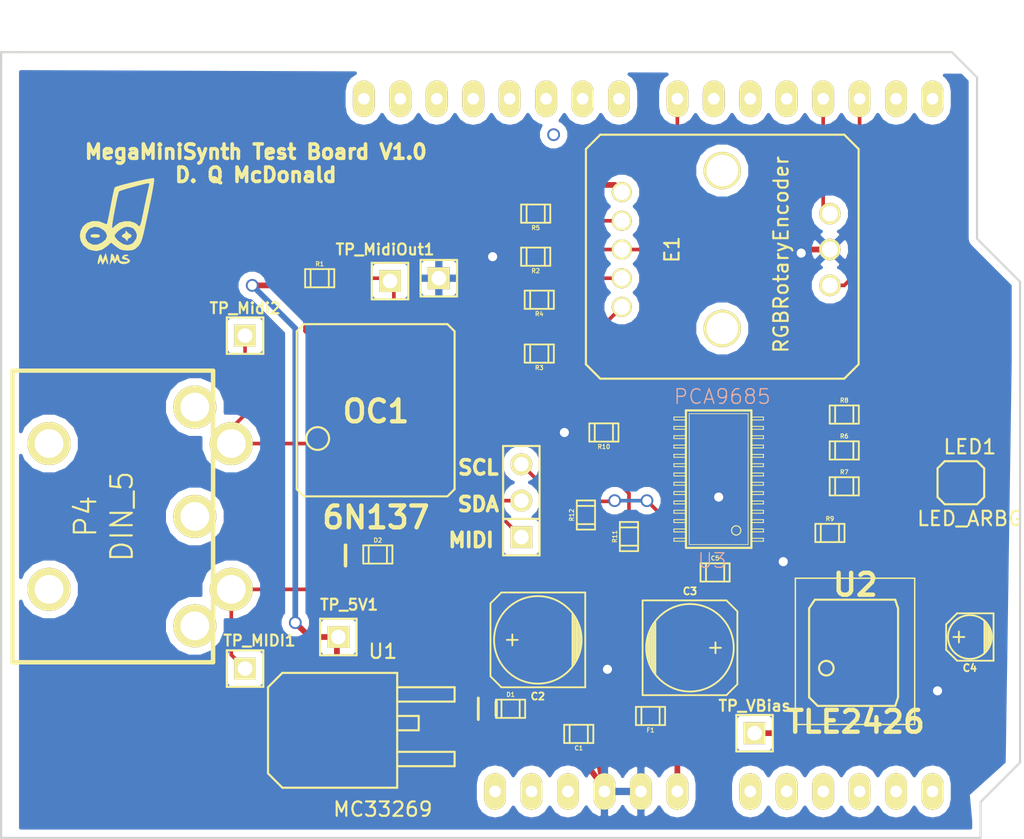
<source format=kicad_pcb>
(kicad_pcb (version 3) (host pcbnew "(2014-02-26 BZR 4721)-product")

  (general
    (links 71)
    (no_connects 0)
    (area 78.424999 21.372 149.995667 81.250001)
    (thickness 1.6)
    (drawings 20)
    (tracks 218)
    (zones 0)
    (modules 36)
    (nets 65)
  )

  (page A3)
  (layers
    (15 F.Cu signal)
    (0 B.Cu signal hide)
    (16 B.Adhes user)
    (17 F.Adhes user)
    (18 B.Paste user)
    (19 F.Paste user)
    (20 B.SilkS user)
    (21 F.SilkS user)
    (22 B.Mask user)
    (23 F.Mask user)
    (24 Dwgs.User user hide)
    (25 Cmts.User user)
    (26 Eco1.User user)
    (27 Eco2.User user)
    (28 Edge.Cuts user)
  )

  (setup
    (last_trace_width 0.254)
    (trace_clearance 0.254)
    (zone_clearance 0.508)
    (zone_45_only no)
    (trace_min 0.254)
    (segment_width 0.2)
    (edge_width 0.15)
    (via_size 0.889)
    (via_drill 0.635)
    (via_min_size 0.889)
    (via_min_drill 0.508)
    (uvia_size 0.508)
    (uvia_drill 0.127)
    (uvias_allowed no)
    (uvia_min_size 0.508)
    (uvia_min_drill 0.127)
    (pcb_text_width 0.3)
    (pcb_text_size 1 1)
    (mod_edge_width 0.15)
    (mod_text_size 1 1)
    (mod_text_width 0.15)
    (pad_size 1 0.7)
    (pad_drill 0)
    (pad_to_mask_clearance 0)
    (aux_axis_origin 0 0)
    (visible_elements FFFFFFBF)
    (pcbplotparams
      (layerselection 283148289)
      (usegerberextensions true)
      (excludeedgelayer true)
      (linewidth 0.150000)
      (plotframeref false)
      (viasonmask false)
      (mode 1)
      (useauxorigin false)
      (hpglpennumber 1)
      (hpglpenspeed 20)
      (hpglpendiameter 15)
      (hpglpenoverlay 2)
      (psnegative false)
      (psa4output false)
      (plotreference true)
      (plotvalue true)
      (plotothertext true)
      (plotinvisibletext false)
      (padsonsilk false)
      (subtractmaskfromsilk false)
      (outputformat 1)
      (mirror false)
      (drillshape 0)
      (scaleselection 1)
      (outputdirectory MegaMiniSynthTest1/))
  )

  (net 0 "")
  (net 1 +5V)
  (net 2 +9V)
  (net 3 Arduino2)
  (net 4 Arduino3)
  (net 5 Arduino7)
  (net 6 GND)
  (net 7 "Net-(C4-Pad1)")
  (net 8 "Net-(D1-Pad1)")
  (net 9 "Net-(D2-Pad1)")
  (net 10 "Net-(D2-Pad2)")
  (net 11 "Net-(E1-Pad1)")
  (net 12 "Net-(E1-Pad2)")
  (net 13 "Net-(E1-Pad4)")
  (net 14 "Net-(LED1-Pad2)")
  (net 15 "Net-(LED1-Pad3)")
  (net 16 "Net-(LED1-Pad4)")
  (net 17 "Net-(P4-Pad1)")
  (net 18 "Net-(P4-Pad2)")
  (net 19 "Net-(P4-Pad3)")
  (net 20 "Net-(R10-Pad2)")
  (net 21 "Net-(R3-Pad1)")
  (net 22 "Net-(R4-Pad1)")
  (net 23 "Net-(R5-Pad1)")
  (net 24 "Net-(R6-Pad2)")
  (net 25 "Net-(R7-Pad2)")
  (net 26 "Net-(R8-Pad2)")
  (net 27 "Net-(R9-Pad2)")
  (net 28 "Net-(SHIELD1-Pad0)")
  (net 29 "Net-(SHIELD1-Pad1)")
  (net 30 "Net-(SHIELD1-Pad10)")
  (net 31 "Net-(SHIELD1-Pad11)")
  (net 32 "Net-(SHIELD1-Pad12)")
  (net 33 "Net-(SHIELD1-Pad13)")
  (net 34 "Net-(SHIELD1-Pad3V3)")
  (net 35 "Net-(SHIELD1-Pad4)")
  (net 36 "Net-(SHIELD1-Pad5)")
  (net 37 "Net-(SHIELD1-Pad5V)")
  (net 38 "Net-(SHIELD1-Pad6)")
  (net 39 "Net-(SHIELD1-Pad8)")
  (net 40 "Net-(SHIELD1-Pad9)")
  (net 41 "Net-(SHIELD1-PadAD0)")
  (net 42 "Net-(SHIELD1-PadAD1)")
  (net 43 "Net-(SHIELD1-PadAD2)")
  (net 44 "Net-(SHIELD1-PadAD3)")
  (net 45 "Net-(SHIELD1-PadAD4)")
  (net 46 "Net-(SHIELD1-PadAD5)")
  (net 47 "Net-(SHIELD1-PadAREF)")
  (net 48 "Net-(SHIELD1-PadGND3)")
  (net 49 "Net-(SHIELD1-PadRST)")
  (net 50 "Net-(U3-Pad10)")
  (net 51 "Net-(U3-Pad18)")
  (net 52 "Net-(U3-Pad19)")
  (net 53 "Net-(U3-Pad20)")
  (net 54 "Net-(U3-Pad21)")
  (net 55 "Net-(U3-Pad22)")
  (net 56 "Net-(U3-Pad6)")
  (net 57 "Net-(U3-Pad7)")
  (net 58 "Net-(U3-Pad8)")
  (net 59 "Net-(U3-Pad9)")
  (net 60 SCL)
  (net 61 SDA)
  (net 62 Serial2)
  (net 63 VBias)
  (net 64 VCC)

  (net_class Default "This is the default net class."
    (clearance 0.254)
    (trace_width 0.254)
    (via_dia 0.889)
    (via_drill 0.635)
    (uvia_dia 0.508)
    (uvia_drill 0.127)
    (add_net "")
    (add_net Arduino2)
    (add_net Arduino3)
    (add_net Arduino7)
    (add_net "Net-(C4-Pad1)")
    (add_net "Net-(D1-Pad1)")
    (add_net "Net-(D2-Pad1)")
    (add_net "Net-(D2-Pad2)")
    (add_net "Net-(E1-Pad1)")
    (add_net "Net-(E1-Pad2)")
    (add_net "Net-(E1-Pad4)")
    (add_net "Net-(LED1-Pad2)")
    (add_net "Net-(LED1-Pad3)")
    (add_net "Net-(LED1-Pad4)")
    (add_net "Net-(P4-Pad1)")
    (add_net "Net-(P4-Pad2)")
    (add_net "Net-(P4-Pad3)")
    (add_net "Net-(R10-Pad2)")
    (add_net "Net-(R3-Pad1)")
    (add_net "Net-(R4-Pad1)")
    (add_net "Net-(R5-Pad1)")
    (add_net "Net-(R6-Pad2)")
    (add_net "Net-(R7-Pad2)")
    (add_net "Net-(R8-Pad2)")
    (add_net "Net-(R9-Pad2)")
    (add_net "Net-(SHIELD1-Pad0)")
    (add_net "Net-(SHIELD1-Pad1)")
    (add_net "Net-(SHIELD1-Pad10)")
    (add_net "Net-(SHIELD1-Pad11)")
    (add_net "Net-(SHIELD1-Pad12)")
    (add_net "Net-(SHIELD1-Pad13)")
    (add_net "Net-(SHIELD1-Pad3V3)")
    (add_net "Net-(SHIELD1-Pad4)")
    (add_net "Net-(SHIELD1-Pad5)")
    (add_net "Net-(SHIELD1-Pad5V)")
    (add_net "Net-(SHIELD1-Pad6)")
    (add_net "Net-(SHIELD1-Pad8)")
    (add_net "Net-(SHIELD1-Pad9)")
    (add_net "Net-(SHIELD1-PadAD0)")
    (add_net "Net-(SHIELD1-PadAD1)")
    (add_net "Net-(SHIELD1-PadAD2)")
    (add_net "Net-(SHIELD1-PadAD3)")
    (add_net "Net-(SHIELD1-PadAD4)")
    (add_net "Net-(SHIELD1-PadAD5)")
    (add_net "Net-(SHIELD1-PadAREF)")
    (add_net "Net-(SHIELD1-PadGND3)")
    (add_net "Net-(SHIELD1-PadRST)")
    (add_net "Net-(U3-Pad10)")
    (add_net "Net-(U3-Pad18)")
    (add_net "Net-(U3-Pad19)")
    (add_net "Net-(U3-Pad20)")
    (add_net "Net-(U3-Pad21)")
    (add_net "Net-(U3-Pad22)")
    (add_net "Net-(U3-Pad6)")
    (add_net "Net-(U3-Pad7)")
    (add_net "Net-(U3-Pad8)")
    (add_net "Net-(U3-Pad9)")
    (add_net SCL)
    (add_net SDA)
    (add_net Serial2)
  )

  (net_class 5V ""
    (clearance 0.254)
    (trace_width 0.4)
    (via_dia 0.889)
    (via_drill 0.635)
    (uvia_dia 0.508)
    (uvia_drill 0.127)
    (add_net +5V)
    (add_net VBias)
    (add_net VCC)
  )

  (net_class 9V ""
    (clearance 0.254)
    (trace_width 0.4)
    (via_dia 0.889)
    (via_drill 0.635)
    (uvia_dia 0.508)
    (uvia_drill 0.127)
    (add_net +9V)
  )

  (net_class GND ""
    (clearance 0.254)
    (trace_width 0.4)
    (via_dia 0.889)
    (via_drill 0.635)
    (uvia_dia 0.508)
    (uvia_drill 0.127)
    (add_net GND)
  )

  (module ARDUINO_SHIELD_2 locked (layer F.Cu) (tedit 53F03D31) (tstamp 53ED8128)
    (at 79.9 80.3)
    (path /53EACD40)
    (fp_text reference "" (at 5.715 -57.15) (layer F.SilkS)
      (effects (font (thickness 0.3048)))
    )
    (fp_text value "" (at 10.16 -54.61) (layer F.SilkS) hide
      (effects (font (thickness 0.3048)))
    )
    (fp_line (start 0 -44.45) (end 10.16 -44.45) (layer Dwgs.User) (width 0.381))
    (fp_line (start 10.16 -44.45) (end 10.16 -31.75) (layer Dwgs.User) (width 0.381))
    (fp_line (start 10.16 -31.75) (end 0 -31.75) (layer Dwgs.User) (width 0.381))
    (fp_line (start 12.7 -4.318) (end 0 -4.318) (layer Dwgs.User) (width 0.381))
    (fp_line (start 0 -12.7) (end 12.7 -12.7) (layer Dwgs.User) (width 0.381))
    (fp_line (start 12.7 -12.7) (end 12.7 -4.572) (layer Dwgs.User) (width 0.381))
    (fp_circle (center 13.97 -2.54) (end 16.002 -1.524) (layer Dwgs.User) (width 0.381))
    (fp_circle (center 15.24 -50.8) (end 16.764 -49.276) (layer Dwgs.User) (width 0.381))
    (fp_circle (center 66.04 -7.62) (end 67.31 -6.096) (layer Dwgs.User) (width 0.381))
    (fp_circle (center 66.04 -35.56) (end 67.31 -34.036) (layer Dwgs.User) (width 0.381))
    (fp_line (start 66.04 -40.64) (end 66.04 -52.07) (layer Dwgs.User) (width 0.381))
    (fp_line (start 66.04 -52.07) (end 64.77 -53.34) (layer Dwgs.User) (width 0.381))
    (fp_line (start 64.77 -53.34) (end 0 -53.34) (layer Dwgs.User) (width 0.381))
    (fp_line (start 66.04 0) (end 0 0) (layer Dwgs.User) (width 0.381))
    (fp_line (start 0 0) (end 0 -53.34) (layer Dwgs.User) (width 0.381))
    (fp_line (start 66.04 -40.64) (end 68.58 -38.1) (layer Dwgs.User) (width 0.381))
    (fp_line (start 68.58 -38.1) (end 68.58 -5.08) (layer Dwgs.User) (width 0.381))
    (fp_line (start 68.58 -5.08) (end 66.04 -2.54) (layer Dwgs.User) (width 0.381))
    (fp_line (start 66.04 -2.54) (end 66.04 0) (layer Dwgs.User) (width 0.381))
    (pad AD5 thru_hole oval (at 63.5 -2.54 90) (size 2.54 1.524) (drill 0.8128) (layers *.Cu *.Mask F.SilkS)
      (net 46 "Net-(SHIELD1-PadAD5)"))
    (pad AD4 thru_hole oval (at 60.96 -2.54 90) (size 2.54 1.524) (drill 0.8128) (layers *.Cu *.Mask F.SilkS)
      (net 45 "Net-(SHIELD1-PadAD4)"))
    (pad AD3 thru_hole oval (at 58.42 -2.54 90) (size 2.54 1.524) (drill 0.8128) (layers *.Cu *.Mask F.SilkS)
      (net 44 "Net-(SHIELD1-PadAD3)"))
    (pad AD0 thru_hole oval (at 50.8 -2.54 90) (size 2.54 1.524) (drill 0.8128) (layers *.Cu *.Mask F.SilkS)
      (net 41 "Net-(SHIELD1-PadAD0)"))
    (pad AD1 thru_hole oval (at 53.34 -2.54 90) (size 2.54 1.524) (drill 0.8128) (layers *.Cu *.Mask F.SilkS)
      (net 42 "Net-(SHIELD1-PadAD1)"))
    (pad AD2 thru_hole oval (at 55.88 -2.54 90) (size 2.54 1.524) (drill 0.8128) (layers *.Cu *.Mask F.SilkS)
      (net 43 "Net-(SHIELD1-PadAD2)"))
    (pad V_IN thru_hole oval (at 45.72 -2.54 90) (size 2.54 1.524) (drill 0.8128) (layers *.Cu *.Mask F.SilkS)
      (net 2 +9V))
    (pad GND2 thru_hole oval (at 43.18 -2.54 90) (size 2.54 1.524) (drill 0.8128) (layers *.Cu *.Mask F.SilkS)
      (net 6 GND))
    (pad GND1 thru_hole oval (at 40.64 -2.54 90) (size 2.54 1.524) (drill 0.8128) (layers *.Cu *.Mask F.SilkS)
      (net 6 GND))
    (pad 3V3 thru_hole oval (at 35.56 -2.54 90) (size 2.54 1.524) (drill 0.8128) (layers *.Cu *.Mask F.SilkS)
      (net 34 "Net-(SHIELD1-Pad3V3)"))
    (pad RST thru_hole oval (at 33.02 -2.54 90) (size 2.54 1.524) (drill 0.8128) (layers *.Cu *.Mask F.SilkS)
      (net 49 "Net-(SHIELD1-PadRST)"))
    (pad 0 thru_hole oval (at 63.5 -50.8 90) (size 2.54 1.524) (drill 0.8128) (layers *.Cu *.Mask F.SilkS)
      (net 28 "Net-(SHIELD1-Pad0)"))
    (pad 1 thru_hole oval (at 60.96 -50.8 90) (size 2.54 1.524) (drill 0.8128) (layers *.Cu *.Mask F.SilkS)
      (net 29 "Net-(SHIELD1-Pad1)"))
    (pad 2 thru_hole oval (at 58.42 -50.8 90) (size 2.54 1.524) (drill 0.8128) (layers *.Cu *.Mask F.SilkS)
      (net 3 Arduino2))
    (pad 3 thru_hole oval (at 55.88 -50.8 90) (size 2.54 1.524) (drill 0.8128) (layers *.Cu *.Mask F.SilkS)
      (net 4 Arduino3))
    (pad 4 thru_hole oval (at 53.34 -50.8 90) (size 2.54 1.524) (drill 0.8128) (layers *.Cu *.Mask F.SilkS)
      (net 35 "Net-(SHIELD1-Pad4)"))
    (pad 5 thru_hole oval (at 50.8 -50.8 90) (size 2.54 1.524) (drill 0.8128) (layers *.Cu *.Mask F.SilkS)
      (net 36 "Net-(SHIELD1-Pad5)"))
    (pad 6 thru_hole oval (at 48.26 -50.8 90) (size 2.54 1.524) (drill 0.8128) (layers *.Cu *.Mask F.SilkS)
      (net 38 "Net-(SHIELD1-Pad6)"))
    (pad 7 thru_hole oval (at 45.72 -50.8 90) (size 2.54 1.524) (drill 0.8128) (layers *.Cu *.Mask F.SilkS)
      (net 5 Arduino7))
    (pad 8 thru_hole oval (at 41.656 -50.8 90) (size 2.54 1.524) (drill 0.8128) (layers *.Cu *.Mask F.SilkS)
      (net 39 "Net-(SHIELD1-Pad8)"))
    (pad 9 thru_hole oval (at 39.116 -50.8 90) (size 2.54 1.524) (drill 0.8128) (layers *.Cu *.Mask F.SilkS)
      (net 40 "Net-(SHIELD1-Pad9)"))
    (pad 10 thru_hole oval (at 36.576 -50.8 90) (size 2.54 1.524) (drill 0.8128) (layers *.Cu *.Mask F.SilkS)
      (net 30 "Net-(SHIELD1-Pad10)"))
    (pad 11 thru_hole oval (at 34.036 -50.8 90) (size 2.54 1.524) (drill 0.8128) (layers *.Cu *.Mask F.SilkS)
      (net 31 "Net-(SHIELD1-Pad11)"))
    (pad 12 thru_hole oval (at 31.496 -50.8 90) (size 2.54 1.524) (drill 0.8128) (layers *.Cu *.Mask F.SilkS)
      (net 32 "Net-(SHIELD1-Pad12)"))
    (pad 13 thru_hole oval (at 28.956 -50.8 90) (size 2.54 1.524) (drill 0.8128) (layers *.Cu *.Mask F.SilkS)
      (net 33 "Net-(SHIELD1-Pad13)"))
    (pad GND3 thru_hole oval (at 26.416 -50.8 90) (size 2.54 1.524) (drill 0.8128) (layers *.Cu *.Mask F.SilkS)
      (net 48 "Net-(SHIELD1-PadGND3)"))
    (pad AREF thru_hole oval (at 23.876 -50.8 90) (size 2.54 1.524) (drill 0.8128) (layers *.Cu *.Mask F.SilkS)
      (net 47 "Net-(SHIELD1-PadAREF)"))
    (pad 5V thru_hole oval (at 38.1 -2.54 90) (size 2.54 1.524) (drill 0.8128) (layers *.Cu *.Mask F.SilkS)
      (net 37 "Net-(SHIELD1-Pad5V)"))
  )

  (module RGBRotaryEncoder placed (layer F.Cu) (tedit 53EE8E4C) (tstamp 53ED7F91)
    (at 136.25 40 90)
    (path /53EEFE8B)
    (fp_text reference E1 (at 0 -11 90) (layer F.SilkS)
      (effects (font (size 1 1) (thickness 0.15)))
    )
    (fp_text value RGBRotaryEncoder (at -0.35 -3.4 90) (layer F.SilkS)
      (effects (font (size 1 1) (thickness 0.15)))
    )
    (fp_line (start 8 -16) (end 8 1) (layer F.SilkS) (width 0.15))
    (fp_line (start 8 1) (end 7 2) (layer F.SilkS) (width 0.15))
    (fp_line (start 7 2) (end -8 2) (layer F.SilkS) (width 0.15))
    (fp_line (start -8 2) (end -9 1) (layer F.SilkS) (width 0.15))
    (fp_line (start -9 1) (end -9 -16) (layer F.SilkS) (width 0.15))
    (fp_line (start -9 -16) (end -8 -17) (layer F.SilkS) (width 0.15))
    (fp_line (start -8 -17) (end 7 -17) (layer F.SilkS) (width 0.15))
    (fp_line (start 7 -17) (end 8 -16) (layer F.SilkS) (width 0.15))
    (pad 1 thru_hole circle (at -4 -14.5 90) (size 1.4 1.4) (drill 1.1) (layers *.Cu *.Mask F.SilkS)
      (net 11 "Net-(E1-Pad1)"))
    (pad 2 thru_hole circle (at -2 -14.5 90) (size 1.4 1.4) (drill 1.1) (layers *.Cu *.Mask F.SilkS)
      (net 12 "Net-(E1-Pad2)"))
    (pad 3 thru_hole circle (at 0 -14.5 90) (size 1.4 1.4) (drill 1.1) (layers *.Cu *.Mask F.SilkS)
      (net 5 Arduino7))
    (pad 4 thru_hole circle (at 2 -14.5 90) (size 1.4 1.4) (drill 1.1) (layers *.Cu *.Mask F.SilkS)
      (net 13 "Net-(E1-Pad4)"))
    (pad 5 thru_hole circle (at 4 -14.5 90) (size 1.4 1.4) (drill 1.1) (layers *.Cu *.Mask F.SilkS)
      (net 1 +5V))
    (pad 6 thru_hole circle (at -2.5 0 90) (size 1.5 1.5) (drill 1.1) (layers *.Cu *.Mask F.SilkS)
      (net 3 Arduino2))
    (pad 7 thru_hole circle (at 0 0 90) (size 1.5 1.5) (drill 1.1) (layers *.Cu *.Mask F.SilkS)
      (net 6 GND))
    (pad 8 thru_hole circle (at 2.5 0 90) (size 1.5 1.5) (drill 1.1) (layers *.Cu *.Mask F.SilkS)
      (net 4 Arduino3))
    (pad "" thru_hole circle (at -5.5 -7.5 90) (size 2.6 2.6) (drill 2.2) (layers *.Cu *.Mask F.SilkS))
    (pad "" thru_hole circle (at 5.5 -7.5 90) (size 2.6 2.6) (drill 2.2) (layers *.Cu *.Mask F.SilkS))
  )

  (module PIN_ARRAY_3X1 placed (layer F.Cu) (tedit 53F03D49) (tstamp 53ED7F9D)
    (at 114.75 57.5 90)
    (descr "Connecteur 3 pins")
    (tags "CONN DEV")
    (path /53EC2272)
    (fp_text reference "" (at 0.254 -2.159 90) (layer F.SilkS) hide
      (effects (font (size 1.016 1.016) (thickness 0.1524)))
    )
    (fp_text value "" (at 0 -2.159 90) (layer F.SilkS) hide
      (effects (font (size 1.016 1.016) (thickness 0.1524)))
    )
    (fp_line (start -3.81 1.27) (end -3.81 -1.27) (layer F.SilkS) (width 0.1524))
    (fp_line (start -3.81 -1.27) (end 3.81 -1.27) (layer F.SilkS) (width 0.1524))
    (fp_line (start 3.81 -1.27) (end 3.81 1.27) (layer F.SilkS) (width 0.1524))
    (fp_line (start 3.81 1.27) (end -3.81 1.27) (layer F.SilkS) (width 0.1524))
    (fp_line (start -1.27 -1.27) (end -1.27 1.27) (layer F.SilkS) (width 0.1524))
    (pad 1 thru_hole rect (at -2.54 0 90) (size 1.524 1.524) (drill 1.016) (layers *.Cu *.Mask F.SilkS)
      (net 62 Serial2))
    (pad 2 thru_hole circle (at 0 0 90) (size 1.524 1.524) (drill 1.016) (layers *.Cu *.Mask F.SilkS)
      (net 61 SDA))
    (pad 3 thru_hole circle (at 2.54 0 90) (size 1.524 1.524) (drill 1.016) (layers *.Cu *.Mask F.SilkS)
      (net 60 SCL))
    (model pin_array/pins_array_3x1.wrl
      (at (xyz 0 0 0))
      (scale (xyz 1 1 1))
      (rotate (xyz 0 0 0))
    )
  )

  (module PIN_ARRAY_1 placed (layer F.Cu) (tedit 53F039EE) (tstamp 53ED7FA6)
    (at 105.6 42.2)
    (descr "1 pin")
    (tags "CONN DEV")
    (path /53EC6164)
    (fp_text reference TP_MidiOut1 (at -0.35 -2.2) (layer F.SilkS)
      (effects (font (size 0.762 0.762) (thickness 0.1524)))
    )
    (fp_text value "" (at 0 -1.905) (layer F.SilkS) hide
      (effects (font (size 0.762 0.762) (thickness 0.1524)))
    )
    (fp_line (start 1.27 1.27) (end -1.27 1.27) (layer F.SilkS) (width 0.1524))
    (fp_line (start -1.27 -1.27) (end 1.27 -1.27) (layer F.SilkS) (width 0.1524))
    (fp_line (start -1.27 1.27) (end -1.27 -1.27) (layer F.SilkS) (width 0.1524))
    (fp_line (start 1.27 -1.27) (end 1.27 1.27) (layer F.SilkS) (width 0.1524))
    (pad 1 thru_hole rect (at 0 0) (size 1.524 1.524) (drill 1.016) (layers *.Cu *.Mask F.SilkS)
      (net 62 Serial2))
    (model pin_array\pin_1.wrl
      (at (xyz 0 0 0))
      (scale (xyz 1 1 1))
      (rotate (xyz 0 0 0))
    )
  )

  (module PIN_ARRAY_1 placed (layer F.Cu) (tedit 53F039FD) (tstamp 53ED7FAF)
    (at 95.5 46)
    (descr "1 pin")
    (tags "CONN DEV")
    (path /53EC5DAA)
    (fp_text reference TP_Midi2 (at 0 -1.905) (layer F.SilkS)
      (effects (font (size 0.762 0.762) (thickness 0.1524)))
    )
    (fp_text value "" (at 0 -1.905) (layer F.SilkS) hide
      (effects (font (size 0.762 0.762) (thickness 0.1524)))
    )
    (fp_line (start 1.27 1.27) (end -1.27 1.27) (layer F.SilkS) (width 0.1524))
    (fp_line (start -1.27 -1.27) (end 1.27 -1.27) (layer F.SilkS) (width 0.1524))
    (fp_line (start -1.27 1.27) (end -1.27 -1.27) (layer F.SilkS) (width 0.1524))
    (fp_line (start 1.27 -1.27) (end 1.27 1.27) (layer F.SilkS) (width 0.1524))
    (pad 1 thru_hole rect (at 0 0) (size 1.524 1.524) (drill 1.016) (layers *.Cu *.Mask F.SilkS)
      (net 9 "Net-(D2-Pad1)"))
    (model pin_array\pin_1.wrl
      (at (xyz 0 0 0))
      (scale (xyz 1 1 1))
      (rotate (xyz 0 0 0))
    )
  )

  (module PIN_ARRAY_1 placed (layer F.Cu) (tedit 53F03A83) (tstamp 53ED7FB8)
    (at 95.5 69.2)
    (descr "1 pin")
    (tags "CONN DEV")
    (path /53EC5C52)
    (fp_text reference TP_MIDI1 (at 1 -1.95) (layer F.SilkS)
      (effects (font (size 0.762 0.762) (thickness 0.1524)))
    )
    (fp_text value "" (at 0 -1.905) (layer F.SilkS) hide
      (effects (font (size 0.762 0.762) (thickness 0.1524)))
    )
    (fp_line (start 1.27 1.27) (end -1.27 1.27) (layer F.SilkS) (width 0.1524))
    (fp_line (start -1.27 -1.27) (end 1.27 -1.27) (layer F.SilkS) (width 0.1524))
    (fp_line (start -1.27 1.27) (end -1.27 -1.27) (layer F.SilkS) (width 0.1524))
    (fp_line (start 1.27 -1.27) (end 1.27 1.27) (layer F.SilkS) (width 0.1524))
    (pad 1 thru_hole rect (at 0 0) (size 1.524 1.524) (drill 1.016) (layers *.Cu *.Mask F.SilkS)
      (net 10 "Net-(D2-Pad2)"))
    (model pin_array\pin_1.wrl
      (at (xyz 0 0 0))
      (scale (xyz 1 1 1))
      (rotate (xyz 0 0 0))
    )
  )

  (module PIN_ARRAY_1 placed (layer F.Cu) (tedit 53F03A3C) (tstamp 53ED7FC1)
    (at 102 67)
    (descr "1 pin")
    (tags "CONN DEV")
    (path /53EBEA36)
    (fp_text reference TP_5V1 (at 0.75 -2.25) (layer F.SilkS)
      (effects (font (size 0.762 0.762) (thickness 0.1524)))
    )
    (fp_text value "" (at 0 -1.905) (layer F.SilkS) hide
      (effects (font (size 0.762 0.762) (thickness 0.1524)))
    )
    (fp_line (start 1.27 1.27) (end -1.27 1.27) (layer F.SilkS) (width 0.1524))
    (fp_line (start -1.27 -1.27) (end 1.27 -1.27) (layer F.SilkS) (width 0.1524))
    (fp_line (start -1.27 1.27) (end -1.27 -1.27) (layer F.SilkS) (width 0.1524))
    (fp_line (start 1.27 -1.27) (end 1.27 1.27) (layer F.SilkS) (width 0.1524))
    (pad 1 thru_hole rect (at 0 0) (size 1.524 1.524) (drill 1.016) (layers *.Cu *.Mask F.SilkS)
      (net 1 +5V))
    (model pin_array\pin_1.wrl
      (at (xyz 0 0 0))
      (scale (xyz 1 1 1))
      (rotate (xyz 0 0 0))
    )
  )

  (module PIN_ARRAY_1 placed (layer F.Cu) (tedit 53F039E8) (tstamp 53ED7FCA)
    (at 109 42)
    (descr "1 pin")
    (tags "CONN DEV")
    (path /53EBF3FB)
    (fp_text reference "" (at 0 -1.905) (layer F.SilkS)
      (effects (font (size 0.762 0.762) (thickness 0.1524)))
    )
    (fp_text value TP_Gnd (at 0.25 2.25) (layer F.SilkS) hide
      (effects (font (size 0.762 0.762) (thickness 0.1524)))
    )
    (fp_line (start 1.27 1.27) (end -1.27 1.27) (layer F.SilkS) (width 0.1524))
    (fp_line (start -1.27 -1.27) (end 1.27 -1.27) (layer F.SilkS) (width 0.1524))
    (fp_line (start -1.27 1.27) (end -1.27 -1.27) (layer F.SilkS) (width 0.1524))
    (fp_line (start 1.27 -1.27) (end 1.27 1.27) (layer F.SilkS) (width 0.1524))
    (pad 1 thru_hole rect (at 0 0) (size 1.524 1.524) (drill 1.016) (layers *.Cu *.Mask F.SilkS)
      (net 6 GND))
    (model pin_array\pin_1.wrl
      (at (xyz 0 0 0))
      (scale (xyz 1 1 1))
      (rotate (xyz 0 0 0))
    )
  )

  (module PIN_ARRAY_1 placed (layer F.Cu) (tedit 53F03A64) (tstamp 53ED7FD3)
    (at 131 73.7)
    (descr "1 pin")
    (tags "CONN DEV")
    (path /53EBF416)
    (fp_text reference TP_VBias (at 0 -1.905) (layer F.SilkS)
      (effects (font (size 0.762 0.762) (thickness 0.1524)))
    )
    (fp_text value "" (at 0 -1.905) (layer F.SilkS) hide
      (effects (font (size 0.762 0.762) (thickness 0.1524)))
    )
    (fp_line (start 1.27 1.27) (end -1.27 1.27) (layer F.SilkS) (width 0.1524))
    (fp_line (start -1.27 -1.27) (end 1.27 -1.27) (layer F.SilkS) (width 0.1524))
    (fp_line (start -1.27 1.27) (end -1.27 -1.27) (layer F.SilkS) (width 0.1524))
    (fp_line (start 1.27 -1.27) (end 1.27 1.27) (layer F.SilkS) (width 0.1524))
    (pad 1 thru_hole rect (at 0 0) (size 1.524 1.524) (drill 1.016) (layers *.Cu *.Mask F.SilkS)
      (net 63 VBias))
    (model pin_array\pin_1.wrl
      (at (xyz 0 0 0))
      (scale (xyz 1 1 1))
      (rotate (xyz 0 0 0))
    )
  )

  (module MC33269 placed (layer F.Cu) (tedit 53EB29B8) (tstamp 53ED7FE9)
    (at 109.1 75.5)
    (path /53EAC0CD)
    (fp_text reference U1 (at -4 -7.5) (layer F.SilkS)
      (effects (font (size 1 1) (thickness 0.15)))
    )
    (fp_text value MC33269 (at -4 3.5) (layer F.SilkS)
      (effects (font (size 1 1) (thickness 0.15)))
    )
    (fp_line (start -3 -3) (end -1.5 -3) (layer F.SilkS) (width 0.15))
    (fp_line (start -1.5 -3) (end -1.5 -2) (layer F.SilkS) (width 0.15))
    (fp_line (start -1.5 -2) (end -3 -2) (layer F.SilkS) (width 0.15))
    (fp_line (start -3 -0.5) (end 1 -0.5) (layer F.SilkS) (width 0.15))
    (fp_line (start 1 -0.5) (end 1 0.5) (layer F.SilkS) (width 0.15))
    (fp_line (start 1 0.5) (end -3 0.5) (layer F.SilkS) (width 0.15))
    (fp_line (start -3 -5) (end 1 -5) (layer F.SilkS) (width 0.15))
    (fp_line (start 1 -5) (end 1 -4) (layer F.SilkS) (width 0.15))
    (fp_line (start 1 -4) (end -3 -4) (layer F.SilkS) (width 0.15))
    (fp_line (start -11 -6) (end -12 -5) (layer F.SilkS) (width 0.15))
    (fp_line (start -12 -5) (end -12 1) (layer F.SilkS) (width 0.15))
    (fp_line (start -12 1) (end -11 2) (layer F.SilkS) (width 0.15))
    (fp_line (start -11 2) (end -3 2) (layer F.SilkS) (width 0.15))
    (fp_line (start -3 2) (end -3 -6) (layer F.SilkS) (width 0.15))
    (fp_line (start -3 -6) (end -11 -6) (layer F.SilkS) (width 0.15))
    (pad 1 smd rect (at 0 0) (size 3 1.6) (layers F.Cu F.Paste F.Mask)
      (net 6 GND))
    (pad 2 smd rect (at -7.2 -2.2) (size 6.2 5.8) (layers F.Cu F.Paste F.Mask)
      (net 1 +5V))
    (pad 3 smd rect (at 0 -4.5) (size 3 1.6) (layers F.Cu F.Paste F.Mask)
      (net 64 VCC))
  )

  (module DIN_5 placed (layer F.Cu) (tedit 52A8BE96) (tstamp 53ED7FFA)
    (at 92 58.6 270)
    (path /53EBFA7A)
    (fp_text reference P4 (at 0 7.62 270) (layer F.SilkS)
      (effects (font (size 1.5 1.5) (thickness 0.15)))
    )
    (fp_text value DIN_5 (at 0 5.08 270) (layer F.SilkS)
      (effects (font (size 1.5 1.5) (thickness 0.15)))
    )
    (fp_line (start -10.16 -1.27) (end 10.16 -1.27) (layer F.SilkS) (width 0.3))
    (fp_line (start -10.16 -1.27) (end -10.16 12.7) (layer F.SilkS) (width 0.3))
    (fp_line (start 10.16 -1.27) (end -10.16 -1.27) (layer F.SilkS) (width 0.3))
    (fp_line (start 10.16 12.7) (end 10.16 -1.27) (layer F.SilkS) (width 0.3))
    (fp_line (start 10.16 -1.27) (end 10.16 12.7) (layer F.SilkS) (width 0.3))
    (fp_line (start -10.16 12.7) (end 10.16 12.7) (layer F.SilkS) (width 0.3))
    (pad 7 thru_hole circle (at 5.08 10.16 270) (size 3 3) (drill 2) (layers *.Cu *.Mask F.SilkS))
    (pad 6 thru_hole circle (at -5.08 10.16 270) (size 3 3) (drill 2) (layers *.Cu *.Mask F.SilkS))
    (pad 3 thru_hole circle (at -7.62 0 270) (size 3 3) (drill 2) (layers *.Cu *.Mask F.SilkS)
      (net 19 "Net-(P4-Pad3)"))
    (pad 5 thru_hole circle (at -5.08 -2.54 270) (size 3 3) (drill 2) (layers *.Cu *.Mask F.SilkS)
      (net 9 "Net-(D2-Pad1)"))
    (pad 2 thru_hole circle (at 0 0 270) (size 3 3) (drill 2) (layers *.Cu *.Mask F.SilkS)
      (net 18 "Net-(P4-Pad2)"))
    (pad 4 thru_hole circle (at 5.08 -2.54 270) (size 3 3) (drill 2) (layers *.Cu *.Mask F.SilkS)
      (net 10 "Net-(D2-Pad2)"))
    (pad 1 thru_hole circle (at 7.62 0 270) (size 3 3) (drill 2) (layers *.Cu *.Mask F.SilkS)
      (net 17 "Net-(P4-Pad1)"))
  )

  (module c_elec_6.3x5.8 placed (layer F.Cu) (tedit 49F5C09D) (tstamp 53ED800E)
    (at 126.5 67.75)
    (descr "SMT capacitor, aluminium electrolytic, 6.3x5.8")
    (path /53EBE551)
    (fp_text reference C3 (at 0 -3.937) (layer F.SilkS)
      (effects (font (size 0.50038 0.50038) (thickness 0.11938)))
    )
    (fp_text value 47uF (at 0 3.81) (layer F.SilkS) hide
      (effects (font (size 0.50038 0.50038) (thickness 0.11938)))
    )
    (fp_line (start -2.921 -0.762) (end -2.921 0.762) (layer F.SilkS) (width 0.127))
    (fp_line (start -2.794 1.143) (end -2.794 -1.143) (layer F.SilkS) (width 0.127))
    (fp_line (start -2.667 -1.397) (end -2.667 1.397) (layer F.SilkS) (width 0.127))
    (fp_line (start -2.54 1.651) (end -2.54 -1.651) (layer F.SilkS) (width 0.127))
    (fp_line (start -2.413 -1.778) (end -2.413 1.778) (layer F.SilkS) (width 0.127))
    (fp_circle (center 0 0) (end -3.048 0) (layer F.SilkS) (width 0.127))
    (fp_line (start -3.302 -3.302) (end -3.302 3.302) (layer F.SilkS) (width 0.127))
    (fp_line (start -3.302 3.302) (end 2.54 3.302) (layer F.SilkS) (width 0.127))
    (fp_line (start 2.54 3.302) (end 3.302 2.54) (layer F.SilkS) (width 0.127))
    (fp_line (start 3.302 2.54) (end 3.302 -2.54) (layer F.SilkS) (width 0.127))
    (fp_line (start 3.302 -2.54) (end 2.54 -3.302) (layer F.SilkS) (width 0.127))
    (fp_line (start 2.54 -3.302) (end -3.302 -3.302) (layer F.SilkS) (width 0.127))
    (fp_line (start 2.159 0) (end 1.397 0) (layer F.SilkS) (width 0.127))
    (fp_line (start 1.778 -0.381) (end 1.778 0.381) (layer F.SilkS) (width 0.127))
    (pad 1 smd rect (at 2.75082 0) (size 3.59918 1.6002) (layers F.Cu F.Paste F.Mask)
      (net 1 +5V))
    (pad 2 smd rect (at -2.75082 0) (size 3.59918 1.6002) (layers F.Cu F.Paste F.Mask)
      (net 6 GND))
    (model smd/capacitors/c_elec_6_3x5_8.wrl
      (at (xyz 0 0 0))
      (scale (xyz 1 1 1))
      (rotate (xyz 0 0 0))
    )
  )

  (module c_elec_6.3x5.8 placed (layer F.Cu) (tedit 49F5C09D) (tstamp 53ED8022)
    (at 115.9 67.2 180)
    (descr "SMT capacitor, aluminium electrolytic, 6.3x5.8")
    (path /53EBE4F6)
    (fp_text reference C2 (at 0 -3.937 180) (layer F.SilkS)
      (effects (font (size 0.50038 0.50038) (thickness 0.11938)))
    )
    (fp_text value 47uF (at 0 3.81 180) (layer F.SilkS) hide
      (effects (font (size 0.50038 0.50038) (thickness 0.11938)))
    )
    (fp_line (start -2.921 -0.762) (end -2.921 0.762) (layer F.SilkS) (width 0.127))
    (fp_line (start -2.794 1.143) (end -2.794 -1.143) (layer F.SilkS) (width 0.127))
    (fp_line (start -2.667 -1.397) (end -2.667 1.397) (layer F.SilkS) (width 0.127))
    (fp_line (start -2.54 1.651) (end -2.54 -1.651) (layer F.SilkS) (width 0.127))
    (fp_line (start -2.413 -1.778) (end -2.413 1.778) (layer F.SilkS) (width 0.127))
    (fp_circle (center 0 0) (end -3.048 0) (layer F.SilkS) (width 0.127))
    (fp_line (start -3.302 -3.302) (end -3.302 3.302) (layer F.SilkS) (width 0.127))
    (fp_line (start -3.302 3.302) (end 2.54 3.302) (layer F.SilkS) (width 0.127))
    (fp_line (start 2.54 3.302) (end 3.302 2.54) (layer F.SilkS) (width 0.127))
    (fp_line (start 3.302 2.54) (end 3.302 -2.54) (layer F.SilkS) (width 0.127))
    (fp_line (start 3.302 -2.54) (end 2.54 -3.302) (layer F.SilkS) (width 0.127))
    (fp_line (start 2.54 -3.302) (end -3.302 -3.302) (layer F.SilkS) (width 0.127))
    (fp_line (start 2.159 0) (end 1.397 0) (layer F.SilkS) (width 0.127))
    (fp_line (start 1.778 -0.381) (end 1.778 0.381) (layer F.SilkS) (width 0.127))
    (pad 1 smd rect (at 2.75082 0 180) (size 3.59918 1.6002) (layers F.Cu F.Paste F.Mask)
      (net 64 VCC))
    (pad 2 smd rect (at -2.75082 0 180) (size 3.59918 1.6002) (layers F.Cu F.Paste F.Mask)
      (net 6 GND))
    (model smd/capacitors/c_elec_6_3x5_8.wrl
      (at (xyz 0 0 0))
      (scale (xyz 1 1 1))
      (rotate (xyz 0 0 0))
    )
  )

  (module c_elec_3x5.3 placed (layer F.Cu) (tedit 49F5AB9E) (tstamp 53ED8035)
    (at 146 67 180)
    (descr "SMT capacitor, aluminium electrolytic, 3x5.3")
    (path /53EBF473)
    (fp_text reference C4 (at 0 -2.159 180) (layer F.SilkS)
      (effects (font (size 0.50038 0.50038) (thickness 0.11938)))
    )
    (fp_text value 1uF (at 0 2.159 180) (layer F.SilkS) hide
      (effects (font (size 0.50038 0.50038) (thickness 0.11938)))
    )
    (fp_line (start -1.651 -1.651) (end -1.651 1.651) (layer F.SilkS) (width 0.127))
    (fp_line (start -1.651 1.651) (end 0.889 1.651) (layer F.SilkS) (width 0.127))
    (fp_line (start 0.889 1.651) (end 1.651 0.889) (layer F.SilkS) (width 0.127))
    (fp_line (start 1.651 0.889) (end 1.651 -0.889) (layer F.SilkS) (width 0.127))
    (fp_line (start 1.651 -0.889) (end 0.889 -1.651) (layer F.SilkS) (width 0.127))
    (fp_line (start 0.889 -1.651) (end -1.651 -1.651) (layer F.SilkS) (width 0.127))
    (fp_line (start -1.397 -0.508) (end -1.397 0.508) (layer F.SilkS) (width 0.127))
    (fp_line (start -1.27 -0.762) (end -1.27 0.762) (layer F.SilkS) (width 0.127))
    (fp_line (start -1.143 -1.016) (end -1.143 1.016) (layer F.SilkS) (width 0.127))
    (fp_line (start -1.016 -1.143) (end -1.016 1.143) (layer F.SilkS) (width 0.127))
    (fp_circle (center 0 0) (end 1.524 0) (layer F.SilkS) (width 0.127))
    (fp_line (start 1.143 0) (end 0.381 0) (layer F.SilkS) (width 0.127))
    (fp_line (start 0.762 -0.381) (end 0.762 0.381) (layer F.SilkS) (width 0.127))
    (pad 1 smd rect (at 1.50114 0 180) (size 2.19964 1.6002) (layers F.Cu F.Paste F.Mask)
      (net 7 "Net-(C4-Pad1)"))
    (pad 2 smd rect (at -1.50114 0 180) (size 2.19964 1.6002) (layers F.Cu F.Paste F.Mask)
      (net 6 GND))
    (model smd/capacitors/c_elec_3x5_3.wrl
      (at (xyz 0 0 0))
      (scale (xyz 1 1 1))
      (rotate (xyz 0 0 0))
    )
  )

  (module c_0805 placed (layer F.Cu) (tedit 49047394) (tstamp 53ED8041)
    (at 122.25 60 90)
    (descr "SMT capacitor, 0805")
    (path /53EC2404)
    (fp_text reference R11 (at 0 -0.9906 90) (layer F.SilkS)
      (effects (font (size 0.29972 0.29972) (thickness 0.06096)))
    )
    (fp_text value 4k7 (at 0 0.9906 90) (layer F.SilkS) hide
      (effects (font (size 0.29972 0.29972) (thickness 0.06096)))
    )
    (fp_line (start 0.635 -0.635) (end 0.635 0.635) (layer F.SilkS) (width 0.127))
    (fp_line (start -0.635 -0.635) (end -0.635 0.6096) (layer F.SilkS) (width 0.127))
    (fp_line (start -1.016 -0.635) (end 1.016 -0.635) (layer F.SilkS) (width 0.127))
    (fp_line (start 1.016 -0.635) (end 1.016 0.635) (layer F.SilkS) (width 0.127))
    (fp_line (start 1.016 0.635) (end -1.016 0.635) (layer F.SilkS) (width 0.127))
    (fp_line (start -1.016 0.635) (end -1.016 -0.635) (layer F.SilkS) (width 0.127))
    (pad 1 smd rect (at 0.9525 0 90) (size 1.30048 1.4986) (layers F.Cu F.Paste F.Mask)
      (net 61 SDA))
    (pad 2 smd rect (at -0.9525 0 90) (size 1.30048 1.4986) (layers F.Cu F.Paste F.Mask)
      (net 1 +5V))
    (model smd/capacitors/c_0805.wrl
      (at (xyz 0 0 0))
      (scale (xyz 1 1 1))
      (rotate (xyz 0 0 0))
    )
  )

  (module c_0805 placed (layer F.Cu) (tedit 49047394) (tstamp 53ED804D)
    (at 119.25 58.5 90)
    (descr "SMT capacitor, 0805")
    (path /53EC23F5)
    (fp_text reference R12 (at 0 -0.9906 90) (layer F.SilkS)
      (effects (font (size 0.29972 0.29972) (thickness 0.06096)))
    )
    (fp_text value 4k7 (at 0 0.9906 90) (layer F.SilkS) hide
      (effects (font (size 0.29972 0.29972) (thickness 0.06096)))
    )
    (fp_line (start 0.635 -0.635) (end 0.635 0.635) (layer F.SilkS) (width 0.127))
    (fp_line (start -0.635 -0.635) (end -0.635 0.6096) (layer F.SilkS) (width 0.127))
    (fp_line (start -1.016 -0.635) (end 1.016 -0.635) (layer F.SilkS) (width 0.127))
    (fp_line (start 1.016 -0.635) (end 1.016 0.635) (layer F.SilkS) (width 0.127))
    (fp_line (start 1.016 0.635) (end -1.016 0.635) (layer F.SilkS) (width 0.127))
    (fp_line (start -1.016 0.635) (end -1.016 -0.635) (layer F.SilkS) (width 0.127))
    (pad 1 smd rect (at 0.9525 0 90) (size 1.30048 1.4986) (layers F.Cu F.Paste F.Mask)
      (net 60 SCL))
    (pad 2 smd rect (at -0.9525 0 90) (size 1.30048 1.4986) (layers F.Cu F.Paste F.Mask)
      (net 1 +5V))
    (model smd/capacitors/c_0805.wrl
      (at (xyz 0 0 0))
      (scale (xyz 1 1 1))
      (rotate (xyz 0 0 0))
    )
  )

  (module c_0805 placed (layer F.Cu) (tedit 49047394) (tstamp 53ED8059)
    (at 123.75 72.5 180)
    (descr "SMT capacitor, 0805")
    (path /53ED8261)
    (fp_text reference F1 (at 0 -0.9906 180) (layer F.SilkS)
      (effects (font (size 0.29972 0.29972) (thickness 0.06096)))
    )
    (fp_text value FERRITE (at 0 0.9906 180) (layer F.SilkS) hide
      (effects (font (size 0.29972 0.29972) (thickness 0.06096)))
    )
    (fp_line (start 0.635 -0.635) (end 0.635 0.635) (layer F.SilkS) (width 0.127))
    (fp_line (start -0.635 -0.635) (end -0.635 0.6096) (layer F.SilkS) (width 0.127))
    (fp_line (start -1.016 -0.635) (end 1.016 -0.635) (layer F.SilkS) (width 0.127))
    (fp_line (start 1.016 -0.635) (end 1.016 0.635) (layer F.SilkS) (width 0.127))
    (fp_line (start 1.016 0.635) (end -1.016 0.635) (layer F.SilkS) (width 0.127))
    (fp_line (start -1.016 0.635) (end -1.016 -0.635) (layer F.SilkS) (width 0.127))
    (pad 1 smd rect (at 0.9525 0 180) (size 1.30048 1.4986) (layers F.Cu F.Paste F.Mask)
      (net 8 "Net-(D1-Pad1)"))
    (pad 2 smd rect (at -0.9525 0 180) (size 1.30048 1.4986) (layers F.Cu F.Paste F.Mask)
      (net 2 +9V))
    (model smd/capacitors/c_0805.wrl
      (at (xyz 0 0 0))
      (scale (xyz 1 1 1))
      (rotate (xyz 0 0 0))
    )
  )

  (module c_0805 placed (layer F.Cu) (tedit 49047394) (tstamp 53ED8DC8)
    (at 137.25 54)
    (descr "SMT capacitor, 0805")
    (path /53EC1944)
    (fp_text reference R6 (at 0 -0.9906) (layer F.SilkS)
      (effects (font (size 0.29972 0.29972) (thickness 0.06096)))
    )
    (fp_text value 300 (at 0 0.9906) (layer F.SilkS) hide
      (effects (font (size 0.29972 0.29972) (thickness 0.06096)))
    )
    (fp_line (start 0.635 -0.635) (end 0.635 0.635) (layer F.SilkS) (width 0.127))
    (fp_line (start -0.635 -0.635) (end -0.635 0.6096) (layer F.SilkS) (width 0.127))
    (fp_line (start -1.016 -0.635) (end 1.016 -0.635) (layer F.SilkS) (width 0.127))
    (fp_line (start 1.016 -0.635) (end 1.016 0.635) (layer F.SilkS) (width 0.127))
    (fp_line (start 1.016 0.635) (end -1.016 0.635) (layer F.SilkS) (width 0.127))
    (fp_line (start -1.016 0.635) (end -1.016 -0.635) (layer F.SilkS) (width 0.127))
    (pad 1 smd rect (at 0.9525 0) (size 1.30048 1.4986) (layers F.Cu F.Paste F.Mask)
      (net 14 "Net-(LED1-Pad2)"))
    (pad 2 smd rect (at -0.9525 0) (size 1.30048 1.4986) (layers F.Cu F.Paste F.Mask)
      (net 24 "Net-(R6-Pad2)"))
    (model smd/capacitors/c_0805.wrl
      (at (xyz 0 0 0))
      (scale (xyz 1 1 1))
      (rotate (xyz 0 0 0))
    )
  )

  (module c_0805 placed (layer F.Cu) (tedit 49047394) (tstamp 53ED8071)
    (at 137.25 56.5)
    (descr "SMT capacitor, 0805")
    (path /53EC1935)
    (fp_text reference R7 (at 0 -0.9906) (layer F.SilkS)
      (effects (font (size 0.29972 0.29972) (thickness 0.06096)))
    )
    (fp_text value 200 (at 0 0.9906) (layer F.SilkS) hide
      (effects (font (size 0.29972 0.29972) (thickness 0.06096)))
    )
    (fp_line (start 0.635 -0.635) (end 0.635 0.635) (layer F.SilkS) (width 0.127))
    (fp_line (start -0.635 -0.635) (end -0.635 0.6096) (layer F.SilkS) (width 0.127))
    (fp_line (start -1.016 -0.635) (end 1.016 -0.635) (layer F.SilkS) (width 0.127))
    (fp_line (start 1.016 -0.635) (end 1.016 0.635) (layer F.SilkS) (width 0.127))
    (fp_line (start 1.016 0.635) (end -1.016 0.635) (layer F.SilkS) (width 0.127))
    (fp_line (start -1.016 0.635) (end -1.016 -0.635) (layer F.SilkS) (width 0.127))
    (pad 1 smd rect (at 0.9525 0) (size 1.30048 1.4986) (layers F.Cu F.Paste F.Mask)
      (net 16 "Net-(LED1-Pad4)"))
    (pad 2 smd rect (at -0.9525 0) (size 1.30048 1.4986) (layers F.Cu F.Paste F.Mask)
      (net 25 "Net-(R7-Pad2)"))
    (model smd/capacitors/c_0805.wrl
      (at (xyz 0 0 0))
      (scale (xyz 1 1 1))
      (rotate (xyz 0 0 0))
    )
  )

  (module c_0805 placed (layer F.Cu) (tedit 49047394) (tstamp 53ED807D)
    (at 137.25 51.5)
    (descr "SMT capacitor, 0805")
    (path /53EC1926)
    (fp_text reference R8 (at 0 -0.9906) (layer F.SilkS)
      (effects (font (size 0.29972 0.29972) (thickness 0.06096)))
    )
    (fp_text value 200 (at 0 0.9906) (layer F.SilkS) hide
      (effects (font (size 0.29972 0.29972) (thickness 0.06096)))
    )
    (fp_line (start 0.635 -0.635) (end 0.635 0.635) (layer F.SilkS) (width 0.127))
    (fp_line (start -0.635 -0.635) (end -0.635 0.6096) (layer F.SilkS) (width 0.127))
    (fp_line (start -1.016 -0.635) (end 1.016 -0.635) (layer F.SilkS) (width 0.127))
    (fp_line (start 1.016 -0.635) (end 1.016 0.635) (layer F.SilkS) (width 0.127))
    (fp_line (start 1.016 0.635) (end -1.016 0.635) (layer F.SilkS) (width 0.127))
    (fp_line (start -1.016 0.635) (end -1.016 -0.635) (layer F.SilkS) (width 0.127))
    (pad 1 smd rect (at 0.9525 0) (size 1.30048 1.4986) (layers F.Cu F.Paste F.Mask)
      (net 15 "Net-(LED1-Pad3)"))
    (pad 2 smd rect (at -0.9525 0) (size 1.30048 1.4986) (layers F.Cu F.Paste F.Mask)
      (net 26 "Net-(R8-Pad2)"))
    (model smd/capacitors/c_0805.wrl
      (at (xyz 0 0 0))
      (scale (xyz 1 1 1))
      (rotate (xyz 0 0 0))
    )
  )

  (module c_0805 placed (layer F.Cu) (tedit 49047394) (tstamp 53ED8DD5)
    (at 120.5 52.75 180)
    (descr "SMT capacitor, 0805")
    (path /53EC1647)
    (fp_text reference R10 (at 0 -0.9906 180) (layer F.SilkS)
      (effects (font (size 0.29972 0.29972) (thickness 0.06096)))
    )
    (fp_text value 10K (at 0 0.9906 180) (layer F.SilkS) hide
      (effects (font (size 0.29972 0.29972) (thickness 0.06096)))
    )
    (fp_line (start 0.635 -0.635) (end 0.635 0.635) (layer F.SilkS) (width 0.127))
    (fp_line (start -0.635 -0.635) (end -0.635 0.6096) (layer F.SilkS) (width 0.127))
    (fp_line (start -1.016 -0.635) (end 1.016 -0.635) (layer F.SilkS) (width 0.127))
    (fp_line (start 1.016 -0.635) (end 1.016 0.635) (layer F.SilkS) (width 0.127))
    (fp_line (start 1.016 0.635) (end -1.016 0.635) (layer F.SilkS) (width 0.127))
    (fp_line (start -1.016 0.635) (end -1.016 -0.635) (layer F.SilkS) (width 0.127))
    (pad 1 smd rect (at 0.9525 0 180) (size 1.30048 1.4986) (layers F.Cu F.Paste F.Mask)
      (net 6 GND))
    (pad 2 smd rect (at -0.9525 0 180) (size 1.30048 1.4986) (layers F.Cu F.Paste F.Mask)
      (net 20 "Net-(R10-Pad2)"))
    (model smd/capacitors/c_0805.wrl
      (at (xyz 0 0 0))
      (scale (xyz 1 1 1))
      (rotate (xyz 0 0 0))
    )
  )

  (module c_0805 placed (layer F.Cu) (tedit 49047394) (tstamp 53ED8095)
    (at 136.25 59.75)
    (descr "SMT capacitor, 0805")
    (path /53EC1217)
    (fp_text reference R9 (at 0 -0.9906) (layer F.SilkS)
      (effects (font (size 0.29972 0.29972) (thickness 0.06096)))
    )
    (fp_text value 10k (at 0 0.9906) (layer F.SilkS) hide
      (effects (font (size 0.29972 0.29972) (thickness 0.06096)))
    )
    (fp_line (start 0.635 -0.635) (end 0.635 0.635) (layer F.SilkS) (width 0.127))
    (fp_line (start -0.635 -0.635) (end -0.635 0.6096) (layer F.SilkS) (width 0.127))
    (fp_line (start -1.016 -0.635) (end 1.016 -0.635) (layer F.SilkS) (width 0.127))
    (fp_line (start 1.016 -0.635) (end 1.016 0.635) (layer F.SilkS) (width 0.127))
    (fp_line (start 1.016 0.635) (end -1.016 0.635) (layer F.SilkS) (width 0.127))
    (fp_line (start -1.016 0.635) (end -1.016 -0.635) (layer F.SilkS) (width 0.127))
    (pad 1 smd rect (at 0.9525 0) (size 1.30048 1.4986) (layers F.Cu F.Paste F.Mask)
      (net 1 +5V))
    (pad 2 smd rect (at -0.9525 0) (size 1.30048 1.4986) (layers F.Cu F.Paste F.Mask)
      (net 27 "Net-(R9-Pad2)"))
    (model smd/capacitors/c_0805.wrl
      (at (xyz 0 0 0))
      (scale (xyz 1 1 1))
      (rotate (xyz 0 0 0))
    )
  )

  (module c_0805 placed (layer F.Cu) (tedit 49047394) (tstamp 53ED80A1)
    (at 115.75 40.5 180)
    (descr "SMT capacitor, 0805")
    (path /53EC09A3)
    (fp_text reference R2 (at 0 -0.9906 180) (layer F.SilkS)
      (effects (font (size 0.29972 0.29972) (thickness 0.06096)))
    )
    (fp_text value 10K (at 0 0.9906 180) (layer F.SilkS) hide
      (effects (font (size 0.29972 0.29972) (thickness 0.06096)))
    )
    (fp_line (start 0.635 -0.635) (end 0.635 0.635) (layer F.SilkS) (width 0.127))
    (fp_line (start -0.635 -0.635) (end -0.635 0.6096) (layer F.SilkS) (width 0.127))
    (fp_line (start -1.016 -0.635) (end 1.016 -0.635) (layer F.SilkS) (width 0.127))
    (fp_line (start 1.016 -0.635) (end 1.016 0.635) (layer F.SilkS) (width 0.127))
    (fp_line (start 1.016 0.635) (end -1.016 0.635) (layer F.SilkS) (width 0.127))
    (fp_line (start -1.016 0.635) (end -1.016 -0.635) (layer F.SilkS) (width 0.127))
    (pad 1 smd rect (at 0.9525 0 180) (size 1.30048 1.4986) (layers F.Cu F.Paste F.Mask)
      (net 6 GND))
    (pad 2 smd rect (at -0.9525 0 180) (size 1.30048 1.4986) (layers F.Cu F.Paste F.Mask)
      (net 5 Arduino7))
    (model smd/capacitors/c_0805.wrl
      (at (xyz 0 0 0))
      (scale (xyz 1 1 1))
      (rotate (xyz 0 0 0))
    )
  )

  (module c_0805 placed (layer F.Cu) (tedit 49047394) (tstamp 53ED80AD)
    (at 116 47.25 180)
    (descr "SMT capacitor, 0805")
    (path /53EC04D0)
    (fp_text reference R3 (at 0 -0.9906 180) (layer F.SilkS)
      (effects (font (size 0.29972 0.29972) (thickness 0.06096)))
    )
    (fp_text value 200 (at 0 0.9906 180) (layer F.SilkS) hide
      (effects (font (size 0.29972 0.29972) (thickness 0.06096)))
    )
    (fp_line (start 0.635 -0.635) (end 0.635 0.635) (layer F.SilkS) (width 0.127))
    (fp_line (start -0.635 -0.635) (end -0.635 0.6096) (layer F.SilkS) (width 0.127))
    (fp_line (start -1.016 -0.635) (end 1.016 -0.635) (layer F.SilkS) (width 0.127))
    (fp_line (start 1.016 -0.635) (end 1.016 0.635) (layer F.SilkS) (width 0.127))
    (fp_line (start 1.016 0.635) (end -1.016 0.635) (layer F.SilkS) (width 0.127))
    (fp_line (start -1.016 0.635) (end -1.016 -0.635) (layer F.SilkS) (width 0.127))
    (pad 1 smd rect (at 0.9525 0 180) (size 1.30048 1.4986) (layers F.Cu F.Paste F.Mask)
      (net 21 "Net-(R3-Pad1)"))
    (pad 2 smd rect (at -0.9525 0 180) (size 1.30048 1.4986) (layers F.Cu F.Paste F.Mask)
      (net 11 "Net-(E1-Pad1)"))
    (model smd/capacitors/c_0805.wrl
      (at (xyz 0 0 0))
      (scale (xyz 1 1 1))
      (rotate (xyz 0 0 0))
    )
  )

  (module c_0805 placed (layer F.Cu) (tedit 49047394) (tstamp 53ED80B9)
    (at 116 43.5 180)
    (descr "SMT capacitor, 0805")
    (path /53EC04B2)
    (fp_text reference R4 (at 0 -0.9906 180) (layer F.SilkS)
      (effects (font (size 0.29972 0.29972) (thickness 0.06096)))
    )
    (fp_text value 100 (at 0 0.9906 180) (layer F.SilkS) hide
      (effects (font (size 0.29972 0.29972) (thickness 0.06096)))
    )
    (fp_line (start 0.635 -0.635) (end 0.635 0.635) (layer F.SilkS) (width 0.127))
    (fp_line (start -0.635 -0.635) (end -0.635 0.6096) (layer F.SilkS) (width 0.127))
    (fp_line (start -1.016 -0.635) (end 1.016 -0.635) (layer F.SilkS) (width 0.127))
    (fp_line (start 1.016 -0.635) (end 1.016 0.635) (layer F.SilkS) (width 0.127))
    (fp_line (start 1.016 0.635) (end -1.016 0.635) (layer F.SilkS) (width 0.127))
    (fp_line (start -1.016 0.635) (end -1.016 -0.635) (layer F.SilkS) (width 0.127))
    (pad 1 smd rect (at 0.9525 0 180) (size 1.30048 1.4986) (layers F.Cu F.Paste F.Mask)
      (net 22 "Net-(R4-Pad1)"))
    (pad 2 smd rect (at -0.9525 0 180) (size 1.30048 1.4986) (layers F.Cu F.Paste F.Mask)
      (net 12 "Net-(E1-Pad2)"))
    (model smd/capacitors/c_0805.wrl
      (at (xyz 0 0 0))
      (scale (xyz 1 1 1))
      (rotate (xyz 0 0 0))
    )
  )

  (module c_0805 placed (layer F.Cu) (tedit 49047394) (tstamp 53ED80C5)
    (at 115.75 37.5 180)
    (descr "SMT capacitor, 0805")
    (path /53EC0494)
    (fp_text reference R5 (at 0 -0.9906 180) (layer F.SilkS)
      (effects (font (size 0.29972 0.29972) (thickness 0.06096)))
    )
    (fp_text value 100 (at 0 0.9906 180) (layer F.SilkS) hide
      (effects (font (size 0.29972 0.29972) (thickness 0.06096)))
    )
    (fp_line (start 0.635 -0.635) (end 0.635 0.635) (layer F.SilkS) (width 0.127))
    (fp_line (start -0.635 -0.635) (end -0.635 0.6096) (layer F.SilkS) (width 0.127))
    (fp_line (start -1.016 -0.635) (end 1.016 -0.635) (layer F.SilkS) (width 0.127))
    (fp_line (start 1.016 -0.635) (end 1.016 0.635) (layer F.SilkS) (width 0.127))
    (fp_line (start 1.016 0.635) (end -1.016 0.635) (layer F.SilkS) (width 0.127))
    (fp_line (start -1.016 0.635) (end -1.016 -0.635) (layer F.SilkS) (width 0.127))
    (pad 1 smd rect (at 0.9525 0 180) (size 1.30048 1.4986) (layers F.Cu F.Paste F.Mask)
      (net 23 "Net-(R5-Pad1)"))
    (pad 2 smd rect (at -0.9525 0 180) (size 1.30048 1.4986) (layers F.Cu F.Paste F.Mask)
      (net 13 "Net-(E1-Pad4)"))
    (model smd/capacitors/c_0805.wrl
      (at (xyz 0 0 0))
      (scale (xyz 1 1 1))
      (rotate (xyz 0 0 0))
    )
  )

  (module c_0805 placed (layer F.Cu) (tedit 49047394) (tstamp 53ED80D1)
    (at 100.7 42)
    (descr "SMT capacitor, 0805")
    (path /53EBFD21)
    (fp_text reference R1 (at 0 -0.9906) (layer F.SilkS)
      (effects (font (size 0.29972 0.29972) (thickness 0.06096)))
    )
    (fp_text value 8k2 (at 0 0.9906) (layer F.SilkS) hide
      (effects (font (size 0.29972 0.29972) (thickness 0.06096)))
    )
    (fp_line (start 0.635 -0.635) (end 0.635 0.635) (layer F.SilkS) (width 0.127))
    (fp_line (start -0.635 -0.635) (end -0.635 0.6096) (layer F.SilkS) (width 0.127))
    (fp_line (start -1.016 -0.635) (end 1.016 -0.635) (layer F.SilkS) (width 0.127))
    (fp_line (start 1.016 -0.635) (end 1.016 0.635) (layer F.SilkS) (width 0.127))
    (fp_line (start 1.016 0.635) (end -1.016 0.635) (layer F.SilkS) (width 0.127))
    (fp_line (start -1.016 0.635) (end -1.016 -0.635) (layer F.SilkS) (width 0.127))
    (pad 1 smd rect (at 0.9525 0) (size 1.30048 1.4986) (layers F.Cu F.Paste F.Mask)
      (net 62 Serial2))
    (pad 2 smd rect (at -0.9525 0) (size 1.30048 1.4986) (layers F.Cu F.Paste F.Mask)
      (net 1 +5V))
    (model smd/capacitors/c_0805.wrl
      (at (xyz 0 0 0))
      (scale (xyz 1 1 1))
      (rotate (xyz 0 0 0))
    )
  )

  (module c_0805 placed (layer F.Cu) (tedit 49047394) (tstamp 53ED80DD)
    (at 104.75 61.25)
    (descr "SMT capacitor, 0805")
    (path /53EBFAE8)
    (fp_text reference D2 (at 0 -0.9906) (layer F.SilkS)
      (effects (font (size 0.29972 0.29972) (thickness 0.06096)))
    )
    (fp_text value DIODE (at 0 0.9906) (layer F.SilkS) hide
      (effects (font (size 0.29972 0.29972) (thickness 0.06096)))
    )
    (fp_line (start 0.635 -0.635) (end 0.635 0.635) (layer F.SilkS) (width 0.127))
    (fp_line (start -0.635 -0.635) (end -0.635 0.6096) (layer F.SilkS) (width 0.127))
    (fp_line (start -1.016 -0.635) (end 1.016 -0.635) (layer F.SilkS) (width 0.127))
    (fp_line (start 1.016 -0.635) (end 1.016 0.635) (layer F.SilkS) (width 0.127))
    (fp_line (start 1.016 0.635) (end -1.016 0.635) (layer F.SilkS) (width 0.127))
    (fp_line (start -1.016 0.635) (end -1.016 -0.635) (layer F.SilkS) (width 0.127))
    (pad 1 smd rect (at 0.9525 0) (size 1.30048 1.4986) (layers F.Cu F.Paste F.Mask)
      (net 9 "Net-(D2-Pad1)"))
    (pad 2 smd rect (at -0.9525 0) (size 1.30048 1.4986) (layers F.Cu F.Paste F.Mask)
      (net 10 "Net-(D2-Pad2)"))
    (model smd/capacitors/c_0805.wrl
      (at (xyz 0 0 0))
      (scale (xyz 1 1 1))
      (rotate (xyz 0 0 0))
    )
  )

  (module c_0805 placed (layer F.Cu) (tedit 49047394) (tstamp 53ED80E9)
    (at 118.75 73.75 180)
    (descr "SMT capacitor, 0805")
    (path /53EBE4E7)
    (fp_text reference C1 (at 0 -0.9906 180) (layer F.SilkS)
      (effects (font (size 0.29972 0.29972) (thickness 0.06096)))
    )
    (fp_text value 100n (at 0 0.9906 180) (layer F.SilkS) hide
      (effects (font (size 0.29972 0.29972) (thickness 0.06096)))
    )
    (fp_line (start 0.635 -0.635) (end 0.635 0.635) (layer F.SilkS) (width 0.127))
    (fp_line (start -0.635 -0.635) (end -0.635 0.6096) (layer F.SilkS) (width 0.127))
    (fp_line (start -1.016 -0.635) (end 1.016 -0.635) (layer F.SilkS) (width 0.127))
    (fp_line (start 1.016 -0.635) (end 1.016 0.635) (layer F.SilkS) (width 0.127))
    (fp_line (start 1.016 0.635) (end -1.016 0.635) (layer F.SilkS) (width 0.127))
    (fp_line (start -1.016 0.635) (end -1.016 -0.635) (layer F.SilkS) (width 0.127))
    (pad 1 smd rect (at 0.9525 0 180) (size 1.30048 1.4986) (layers F.Cu F.Paste F.Mask)
      (net 64 VCC))
    (pad 2 smd rect (at -0.9525 0 180) (size 1.30048 1.4986) (layers F.Cu F.Paste F.Mask)
      (net 6 GND))
    (model smd/capacitors/c_0805.wrl
      (at (xyz 0 0 0))
      (scale (xyz 1 1 1))
      (rotate (xyz 0 0 0))
    )
  )

  (module c_0805 placed (layer F.Cu) (tedit 49047394) (tstamp 53ED80F5)
    (at 114 72)
    (descr "SMT capacitor, 0805")
    (path /53EBE471)
    (fp_text reference D1 (at 0 -0.9906) (layer F.SilkS)
      (effects (font (size 0.29972 0.29972) (thickness 0.06096)))
    )
    (fp_text value DIODE (at 0 0.9906) (layer F.SilkS) hide
      (effects (font (size 0.29972 0.29972) (thickness 0.06096)))
    )
    (fp_line (start 0.635 -0.635) (end 0.635 0.635) (layer F.SilkS) (width 0.127))
    (fp_line (start -0.635 -0.635) (end -0.635 0.6096) (layer F.SilkS) (width 0.127))
    (fp_line (start -1.016 -0.635) (end 1.016 -0.635) (layer F.SilkS) (width 0.127))
    (fp_line (start 1.016 -0.635) (end 1.016 0.635) (layer F.SilkS) (width 0.127))
    (fp_line (start 1.016 0.635) (end -1.016 0.635) (layer F.SilkS) (width 0.127))
    (fp_line (start -1.016 0.635) (end -1.016 -0.635) (layer F.SilkS) (width 0.127))
    (pad 1 smd rect (at 0.9525 0) (size 1.30048 1.4986) (layers F.Cu F.Paste F.Mask)
      (net 8 "Net-(D1-Pad1)"))
    (pad 2 smd rect (at -0.9525 0) (size 1.30048 1.4986) (layers F.Cu F.Paste F.Mask)
      (net 64 VCC))
    (model smd/capacitors/c_0805.wrl
      (at (xyz 0 0 0))
      (scale (xyz 1 1 1))
      (rotate (xyz 0 0 0))
    )
  )

  (module -TSSOP28 placed (layer F.Cu) (tedit 53F03A48) (tstamp 53ED81D5)
    (at 128.5 56 90)
    (descr "THIN SHRINK SMALL OUTLINE PLASTIC 28")
    (tags "THIN SHRINK SMALL OUTLINE PLASTIC 28")
    (path /53EC01A3)
    (attr smd)
    (fp_text reference U3 (at -5.6769 -0.4572 180) (layer B.SilkS)
      (effects (font (size 1.016 1.016) (thickness 0.0889)))
    )
    (fp_text value PCA9685 (at 5.75 0.25 180) (layer B.SilkS)
      (effects (font (size 1.016 1.016) (thickness 0.0889)))
    )
    (fp_line (start -4.32562 3.11912) (end -4.12242 3.11912) (layer F.SilkS) (width 0.06604))
    (fp_line (start -4.12242 3.11912) (end -4.12242 2.28092) (layer F.SilkS) (width 0.06604))
    (fp_line (start -4.32562 2.28092) (end -4.12242 2.28092) (layer F.SilkS) (width 0.06604))
    (fp_line (start -4.32562 3.11912) (end -4.32562 2.28092) (layer F.SilkS) (width 0.06604))
    (fp_line (start -3.67538 3.11912) (end -3.47218 3.11912) (layer F.SilkS) (width 0.06604))
    (fp_line (start -3.47218 3.11912) (end -3.47218 2.28092) (layer F.SilkS) (width 0.06604))
    (fp_line (start -3.67538 2.28092) (end -3.47218 2.28092) (layer F.SilkS) (width 0.06604))
    (fp_line (start -3.67538 3.11912) (end -3.67538 2.28092) (layer F.SilkS) (width 0.06604))
    (fp_line (start -3.02514 3.11912) (end -2.82194 3.11912) (layer F.SilkS) (width 0.06604))
    (fp_line (start -2.82194 3.11912) (end -2.82194 2.28092) (layer F.SilkS) (width 0.06604))
    (fp_line (start -3.02514 2.28092) (end -2.82194 2.28092) (layer F.SilkS) (width 0.06604))
    (fp_line (start -3.02514 3.11912) (end -3.02514 2.28092) (layer F.SilkS) (width 0.06604))
    (fp_line (start -2.3749 3.11912) (end -2.1717 3.11912) (layer F.SilkS) (width 0.06604))
    (fp_line (start -2.1717 3.11912) (end -2.1717 2.28092) (layer F.SilkS) (width 0.06604))
    (fp_line (start -2.3749 2.28092) (end -2.1717 2.28092) (layer F.SilkS) (width 0.06604))
    (fp_line (start -2.3749 3.11912) (end -2.3749 2.28092) (layer F.SilkS) (width 0.06604))
    (fp_line (start -1.72466 3.11912) (end -1.52146 3.11912) (layer F.SilkS) (width 0.06604))
    (fp_line (start -1.52146 3.11912) (end -1.52146 2.28092) (layer F.SilkS) (width 0.06604))
    (fp_line (start -1.72466 2.28092) (end -1.52146 2.28092) (layer F.SilkS) (width 0.06604))
    (fp_line (start -1.72466 3.11912) (end -1.72466 2.28092) (layer F.SilkS) (width 0.06604))
    (fp_line (start -1.07442 3.11912) (end -0.87122 3.11912) (layer F.SilkS) (width 0.06604))
    (fp_line (start -0.87122 3.11912) (end -0.87122 2.28092) (layer F.SilkS) (width 0.06604))
    (fp_line (start -1.07442 2.28092) (end -0.87122 2.28092) (layer F.SilkS) (width 0.06604))
    (fp_line (start -1.07442 3.11912) (end -1.07442 2.28092) (layer F.SilkS) (width 0.06604))
    (fp_line (start -0.42418 3.11912) (end -0.22098 3.11912) (layer F.SilkS) (width 0.06604))
    (fp_line (start -0.22098 3.11912) (end -0.22098 2.28092) (layer F.SilkS) (width 0.06604))
    (fp_line (start -0.42418 2.28092) (end -0.22098 2.28092) (layer F.SilkS) (width 0.06604))
    (fp_line (start -0.42418 3.11912) (end -0.42418 2.28092) (layer F.SilkS) (width 0.06604))
    (fp_line (start 0.22098 3.11912) (end 0.42418 3.11912) (layer F.SilkS) (width 0.06604))
    (fp_line (start 0.42418 3.11912) (end 0.42418 2.28092) (layer F.SilkS) (width 0.06604))
    (fp_line (start 0.22098 2.28092) (end 0.42418 2.28092) (layer F.SilkS) (width 0.06604))
    (fp_line (start 0.22098 3.11912) (end 0.22098 2.28092) (layer F.SilkS) (width 0.06604))
    (fp_line (start 0.87122 3.11912) (end 1.07442 3.11912) (layer F.SilkS) (width 0.06604))
    (fp_line (start 1.07442 3.11912) (end 1.07442 2.28092) (layer F.SilkS) (width 0.06604))
    (fp_line (start 0.87122 2.28092) (end 1.07442 2.28092) (layer F.SilkS) (width 0.06604))
    (fp_line (start 0.87122 3.11912) (end 0.87122 2.28092) (layer F.SilkS) (width 0.06604))
    (fp_line (start 1.52146 3.11912) (end 1.72466 3.11912) (layer F.SilkS) (width 0.06604))
    (fp_line (start 1.72466 3.11912) (end 1.72466 2.28092) (layer F.SilkS) (width 0.06604))
    (fp_line (start 1.52146 2.28092) (end 1.72466 2.28092) (layer F.SilkS) (width 0.06604))
    (fp_line (start 1.52146 3.11912) (end 1.52146 2.28092) (layer F.SilkS) (width 0.06604))
    (fp_line (start 2.1717 3.11912) (end 2.3749 3.11912) (layer F.SilkS) (width 0.06604))
    (fp_line (start 2.3749 3.11912) (end 2.3749 2.28092) (layer F.SilkS) (width 0.06604))
    (fp_line (start 2.1717 2.28092) (end 2.3749 2.28092) (layer F.SilkS) (width 0.06604))
    (fp_line (start 2.1717 3.11912) (end 2.1717 2.28092) (layer F.SilkS) (width 0.06604))
    (fp_line (start 2.82194 3.11912) (end 3.02514 3.11912) (layer F.SilkS) (width 0.06604))
    (fp_line (start 3.02514 3.11912) (end 3.02514 2.28092) (layer F.SilkS) (width 0.06604))
    (fp_line (start 2.82194 2.28092) (end 3.02514 2.28092) (layer F.SilkS) (width 0.06604))
    (fp_line (start 2.82194 3.11912) (end 2.82194 2.28092) (layer F.SilkS) (width 0.06604))
    (fp_line (start 3.47218 3.11912) (end 3.67538 3.11912) (layer F.SilkS) (width 0.06604))
    (fp_line (start 3.67538 3.11912) (end 3.67538 2.28092) (layer F.SilkS) (width 0.06604))
    (fp_line (start 3.47218 2.28092) (end 3.67538 2.28092) (layer F.SilkS) (width 0.06604))
    (fp_line (start 3.47218 3.11912) (end 3.47218 2.28092) (layer F.SilkS) (width 0.06604))
    (fp_line (start 4.12242 3.11912) (end 4.32562 3.11912) (layer F.SilkS) (width 0.06604))
    (fp_line (start 4.32562 3.11912) (end 4.32562 2.28092) (layer F.SilkS) (width 0.06604))
    (fp_line (start 4.12242 2.28092) (end 4.32562 2.28092) (layer F.SilkS) (width 0.06604))
    (fp_line (start 4.12242 3.11912) (end 4.12242 2.28092) (layer F.SilkS) (width 0.06604))
    (fp_line (start 4.12242 -2.28092) (end 4.32562 -2.28092) (layer F.SilkS) (width 0.06604))
    (fp_line (start 4.32562 -2.28092) (end 4.32562 -3.11912) (layer F.SilkS) (width 0.06604))
    (fp_line (start 4.12242 -3.11912) (end 4.32562 -3.11912) (layer F.SilkS) (width 0.06604))
    (fp_line (start 4.12242 -2.28092) (end 4.12242 -3.11912) (layer F.SilkS) (width 0.06604))
    (fp_line (start 3.47218 -2.28092) (end 3.67538 -2.28092) (layer F.SilkS) (width 0.06604))
    (fp_line (start 3.67538 -2.28092) (end 3.67538 -3.11912) (layer F.SilkS) (width 0.06604))
    (fp_line (start 3.47218 -3.11912) (end 3.67538 -3.11912) (layer F.SilkS) (width 0.06604))
    (fp_line (start 3.47218 -2.28092) (end 3.47218 -3.11912) (layer F.SilkS) (width 0.06604))
    (fp_line (start 2.82194 -2.28092) (end 3.02514 -2.28092) (layer F.SilkS) (width 0.06604))
    (fp_line (start 3.02514 -2.28092) (end 3.02514 -3.11912) (layer F.SilkS) (width 0.06604))
    (fp_line (start 2.82194 -3.11912) (end 3.02514 -3.11912) (layer F.SilkS) (width 0.06604))
    (fp_line (start 2.82194 -2.28092) (end 2.82194 -3.11912) (layer F.SilkS) (width 0.06604))
    (fp_line (start 2.1717 -2.28092) (end 2.3749 -2.28092) (layer F.SilkS) (width 0.06604))
    (fp_line (start 2.3749 -2.28092) (end 2.3749 -3.11912) (layer F.SilkS) (width 0.06604))
    (fp_line (start 2.1717 -3.11912) (end 2.3749 -3.11912) (layer F.SilkS) (width 0.06604))
    (fp_line (start 2.1717 -2.28092) (end 2.1717 -3.11912) (layer F.SilkS) (width 0.06604))
    (fp_line (start 1.52146 -2.28092) (end 1.72466 -2.28092) (layer F.SilkS) (width 0.06604))
    (fp_line (start 1.72466 -2.28092) (end 1.72466 -3.11912) (layer F.SilkS) (width 0.06604))
    (fp_line (start 1.52146 -3.11912) (end 1.72466 -3.11912) (layer F.SilkS) (width 0.06604))
    (fp_line (start 1.52146 -2.28092) (end 1.52146 -3.11912) (layer F.SilkS) (width 0.06604))
    (fp_line (start 0.87122 -2.28092) (end 1.07442 -2.28092) (layer F.SilkS) (width 0.06604))
    (fp_line (start 1.07442 -2.28092) (end 1.07442 -3.11912) (layer F.SilkS) (width 0.06604))
    (fp_line (start 0.87122 -3.11912) (end 1.07442 -3.11912) (layer F.SilkS) (width 0.06604))
    (fp_line (start 0.87122 -2.28092) (end 0.87122 -3.11912) (layer F.SilkS) (width 0.06604))
    (fp_line (start 0.22098 -2.28092) (end 0.42418 -2.28092) (layer F.SilkS) (width 0.06604))
    (fp_line (start 0.42418 -2.28092) (end 0.42418 -3.11912) (layer F.SilkS) (width 0.06604))
    (fp_line (start 0.22098 -3.11912) (end 0.42418 -3.11912) (layer F.SilkS) (width 0.06604))
    (fp_line (start 0.22098 -2.28092) (end 0.22098 -3.11912) (layer F.SilkS) (width 0.06604))
    (fp_line (start -0.42418 -2.28092) (end -0.22098 -2.28092) (layer F.SilkS) (width 0.06604))
    (fp_line (start -0.22098 -2.28092) (end -0.22098 -3.11912) (layer F.SilkS) (width 0.06604))
    (fp_line (start -0.42418 -3.11912) (end -0.22098 -3.11912) (layer F.SilkS) (width 0.06604))
    (fp_line (start -0.42418 -2.28092) (end -0.42418 -3.11912) (layer F.SilkS) (width 0.06604))
    (fp_line (start -1.07442 -2.28092) (end -0.87122 -2.28092) (layer F.SilkS) (width 0.06604))
    (fp_line (start -0.87122 -2.28092) (end -0.87122 -3.11912) (layer F.SilkS) (width 0.06604))
    (fp_line (start -1.07442 -3.11912) (end -0.87122 -3.11912) (layer F.SilkS) (width 0.06604))
    (fp_line (start -1.07442 -2.28092) (end -1.07442 -3.11912) (layer F.SilkS) (width 0.06604))
    (fp_line (start -1.72466 -2.28092) (end -1.52146 -2.28092) (layer F.SilkS) (width 0.06604))
    (fp_line (start -1.52146 -2.28092) (end -1.52146 -3.11912) (layer F.SilkS) (width 0.06604))
    (fp_line (start -1.72466 -3.11912) (end -1.52146 -3.11912) (layer F.SilkS) (width 0.06604))
    (fp_line (start -1.72466 -2.28092) (end -1.72466 -3.11912) (layer F.SilkS) (width 0.06604))
    (fp_line (start -2.3749 -2.28092) (end -2.1717 -2.28092) (layer F.SilkS) (width 0.06604))
    (fp_line (start -2.1717 -2.28092) (end -2.1717 -3.11912) (layer F.SilkS) (width 0.06604))
    (fp_line (start -2.3749 -3.11912) (end -2.1717 -3.11912) (layer F.SilkS) (width 0.06604))
    (fp_line (start -2.3749 -2.28092) (end -2.3749 -3.11912) (layer F.SilkS) (width 0.06604))
    (fp_line (start -3.02514 -2.28092) (end -2.82194 -2.28092) (layer F.SilkS) (width 0.06604))
    (fp_line (start -2.82194 -2.28092) (end -2.82194 -3.11912) (layer F.SilkS) (width 0.06604))
    (fp_line (start -3.02514 -3.11912) (end -2.82194 -3.11912) (layer F.SilkS) (width 0.06604))
    (fp_line (start -3.02514 -2.28092) (end -3.02514 -3.11912) (layer F.SilkS) (width 0.06604))
    (fp_line (start -3.67538 -2.28092) (end -3.47218 -2.28092) (layer F.SilkS) (width 0.06604))
    (fp_line (start -3.47218 -2.28092) (end -3.47218 -3.11912) (layer F.SilkS) (width 0.06604))
    (fp_line (start -3.67538 -3.11912) (end -3.47218 -3.11912) (layer F.SilkS) (width 0.06604))
    (fp_line (start -3.67538 -2.28092) (end -3.67538 -3.11912) (layer F.SilkS) (width 0.06604))
    (fp_line (start -4.32562 -2.28092) (end -4.12242 -2.28092) (layer F.SilkS) (width 0.06604))
    (fp_line (start -4.12242 -2.28092) (end -4.12242 -3.11912) (layer F.SilkS) (width 0.06604))
    (fp_line (start -4.32562 -3.11912) (end -4.12242 -3.11912) (layer F.SilkS) (width 0.06604))
    (fp_line (start -4.32562 -2.28092) (end -4.32562 -3.11912) (layer F.SilkS) (width 0.06604))
    (fp_line (start -4.7879 2.28092) (end 4.7879 2.28092) (layer F.SilkS) (width 0.1524))
    (fp_line (start 4.7879 -2.28092) (end 4.7879 2.28092) (layer F.SilkS) (width 0.1524))
    (fp_line (start 4.7879 -2.28092) (end -4.7879 -2.28092) (layer F.SilkS) (width 0.1524))
    (fp_line (start -4.7879 2.28092) (end -4.7879 -2.28092) (layer F.SilkS) (width 0.1524))
    (fp_line (start -4.5593 2.05232) (end 4.5593 2.05232) (layer F.SilkS) (width 0.0508))
    (fp_line (start 4.5593 -2.05232) (end 4.5593 2.05232) (layer F.SilkS) (width 0.0508))
    (fp_line (start 4.5593 -2.05232) (end -4.5593 -2.05232) (layer F.SilkS) (width 0.0508))
    (fp_line (start -4.5593 2.05232) (end -4.5593 -2.05232) (layer F.SilkS) (width 0.0508))
    (fp_circle (center -3.57378 1.2192) (end -3.80238 1.4478) (layer F.SilkS) (width 0.0762))
    (pad 1 smd rect (at -4.22402 2.91592 90) (size 0.3048 0.9906) (layers F.Cu F.Paste F.Mask)
      (net 27 "Net-(R9-Pad2)"))
    (pad 2 smd rect (at -3.57378 2.91592 90) (size 0.3048 0.9906) (layers F.Cu F.Paste F.Mask)
      (net 6 GND))
    (pad 3 smd rect (at -2.92354 2.91592 90) (size 0.3048 0.9906) (layers F.Cu F.Paste F.Mask)
      (net 6 GND))
    (pad 4 smd rect (at -2.2733 2.91592 90) (size 0.3048 0.9906) (layers F.Cu F.Paste F.Mask)
      (net 6 GND))
    (pad 5 smd rect (at -1.62306 2.91592 90) (size 0.3048 0.9906) (layers F.Cu F.Paste F.Mask)
      (net 6 GND))
    (pad 6 smd rect (at -0.97282 2.91592 90) (size 0.3048 0.9906) (layers F.Cu F.Paste F.Mask)
      (net 56 "Net-(U3-Pad6)"))
    (pad 7 smd rect (at -0.32258 2.91592 90) (size 0.3048 0.9906) (layers F.Cu F.Paste F.Mask)
      (net 57 "Net-(U3-Pad7)"))
    (pad 8 smd rect (at 0.32258 2.91592 90) (size 0.3048 0.9906) (layers F.Cu F.Paste F.Mask)
      (net 58 "Net-(U3-Pad8)"))
    (pad 9 smd rect (at 0.97282 2.91592 90) (size 0.3048 0.9906) (layers F.Cu F.Paste F.Mask)
      (net 59 "Net-(U3-Pad9)"))
    (pad 10 smd rect (at 1.62306 2.91592 90) (size 0.3048 0.9906) (layers F.Cu F.Paste F.Mask)
      (net 50 "Net-(U3-Pad10)"))
    (pad 11 smd rect (at 2.2733 2.91592 90) (size 0.3048 0.9906) (layers F.Cu F.Paste F.Mask)
      (net 25 "Net-(R7-Pad2)"))
    (pad 12 smd rect (at 2.92354 2.91592 90) (size 0.3048 0.9906) (layers F.Cu F.Paste F.Mask)
      (net 24 "Net-(R6-Pad2)"))
    (pad 13 smd rect (at 3.57378 2.91592 90) (size 0.3048 0.9906) (layers F.Cu F.Paste F.Mask)
      (net 26 "Net-(R8-Pad2)"))
    (pad 14 smd rect (at 4.22402 2.91592 90) (size 0.3048 0.9906) (layers F.Cu F.Paste F.Mask)
      (net 6 GND))
    (pad 15 smd rect (at 4.22402 -2.91592 90) (size 0.3048 0.9906) (layers F.Cu F.Paste F.Mask)
      (net 21 "Net-(R3-Pad1)"))
    (pad 16 smd rect (at 3.57378 -2.91592 90) (size 0.3048 0.9906) (layers F.Cu F.Paste F.Mask)
      (net 22 "Net-(R4-Pad1)"))
    (pad 17 smd rect (at 2.92354 -2.91592 90) (size 0.3048 0.9906) (layers F.Cu F.Paste F.Mask)
      (net 23 "Net-(R5-Pad1)"))
    (pad 18 smd rect (at 2.2733 -2.91592 90) (size 0.3048 0.9906) (layers F.Cu F.Paste F.Mask)
      (net 51 "Net-(U3-Pad18)"))
    (pad 19 smd rect (at 1.62306 -2.91592 90) (size 0.3048 0.9906) (layers F.Cu F.Paste F.Mask)
      (net 52 "Net-(U3-Pad19)"))
    (pad 20 smd rect (at 0.97282 -2.91592 90) (size 0.3048 0.9906) (layers F.Cu F.Paste F.Mask)
      (net 53 "Net-(U3-Pad20)"))
    (pad 21 smd rect (at 0.32258 -2.91592 90) (size 0.3048 0.9906) (layers F.Cu F.Paste F.Mask)
      (net 54 "Net-(U3-Pad21)"))
    (pad 22 smd rect (at -0.32258 -2.91592 90) (size 0.3048 0.9906) (layers F.Cu F.Paste F.Mask)
      (net 55 "Net-(U3-Pad22)"))
    (pad 23 smd rect (at -0.97282 -2.91592 90) (size 0.3048 0.9906) (layers F.Cu F.Paste F.Mask)
      (net 20 "Net-(R10-Pad2)"))
    (pad 24 smd rect (at -1.62306 -2.91592 90) (size 0.3048 0.9906) (layers F.Cu F.Paste F.Mask)
      (net 6 GND))
    (pad 25 smd rect (at -2.2733 -2.91592 90) (size 0.3048 0.9906) (layers F.Cu F.Paste F.Mask)
      (net 6 GND))
    (pad 26 smd rect (at -2.92354 -2.91592 90) (size 0.3048 0.9906) (layers F.Cu F.Paste F.Mask)
      (net 60 SCL))
    (pad 27 smd rect (at -3.57378 -2.91592 90) (size 0.3048 0.9906) (layers F.Cu F.Paste F.Mask)
      (net 61 SDA))
    (pad 28 smd rect (at -4.22402 -2.91592 90) (size 0.3048 0.9906) (layers F.Cu F.Paste F.Mask)
      (net 1 +5V))
  )

  (module c_0805 (layer F.Cu) (tedit 49047394) (tstamp 53EEEEBC)
    (at 128.25 62.5)
    (descr "SMT capacitor, 0805")
    (path /53EE8EBC)
    (fp_text reference C5 (at 0 -0.9906) (layer F.SilkS)
      (effects (font (size 0.29972 0.29972) (thickness 0.06096)))
    )
    (fp_text value 100nf (at 0 0.9906) (layer F.SilkS) hide
      (effects (font (size 0.29972 0.29972) (thickness 0.06096)))
    )
    (fp_line (start 0.635 -0.635) (end 0.635 0.635) (layer F.SilkS) (width 0.127))
    (fp_line (start -0.635 -0.635) (end -0.635 0.6096) (layer F.SilkS) (width 0.127))
    (fp_line (start -1.016 -0.635) (end 1.016 -0.635) (layer F.SilkS) (width 0.127))
    (fp_line (start 1.016 -0.635) (end 1.016 0.635) (layer F.SilkS) (width 0.127))
    (fp_line (start 1.016 0.635) (end -1.016 0.635) (layer F.SilkS) (width 0.127))
    (fp_line (start -1.016 0.635) (end -1.016 -0.635) (layer F.SilkS) (width 0.127))
    (pad 1 smd rect (at 0.9525 0) (size 1.30048 1.4986) (layers F.Cu F.Paste F.Mask)
      (net 6 GND))
    (pad 2 smd rect (at -0.9525 0) (size 1.30048 1.4986) (layers F.Cu F.Paste F.Mask)
      (net 1 +5V))
    (model smd/capacitors/c_0805.wrl
      (at (xyz 0 0 0))
      (scale (xyz 1 1 1))
      (rotate (xyz 0 0 0))
    )
  )

  (module DQM:MMS_LOGO (layer F.Cu) (tedit 0) (tstamp 53F73653)
    (at 87 38.25)
    (fp_text reference "" (at 0 4.14782) (layer F.SilkS) hide
      (effects (font (thickness 0.3048)))
    )
    (fp_text value "" (at 0 -4.14782) (layer F.SilkS) hide
      (effects (font (thickness 0.3048)))
    )
    (fp_poly (pts (xy -1.04648 2.74574) (xy -1.05664 2.77622) (xy -1.11252 2.74828) (xy -1.15824 2.63144)
      (xy -1.21158 2.43332) (xy -1.31826 2.63398) (xy -1.42748 2.83718) (xy -1.51384 2.62382)
      (xy -1.57734 2.50444) (xy -1.60274 2.54762) (xy -1.60274 2.55524) (xy -1.65862 2.71272)
      (xy -1.70434 2.75844) (xy -1.76022 2.74828) (xy -1.76022 2.6035) (xy -1.74244 2.4892)
      (xy -1.67132 2.21234) (xy -1.59766 2.08534) (xy -1.524 2.11328) (xy -1.47574 2.24282)
      (xy -1.41478 2.47904) (xy -1.31318 2.23266) (xy -1.20904 1.98882) (xy -1.10744 2.35712)
      (xy -1.05664 2.58826) (xy -1.04648 2.74574) (xy -1.04648 2.74574)) (layer F.SilkS) (width 0.00254))
    (fp_poly (pts (xy 0.48768 2.58572) (xy 0.34036 2.70764) (xy 0.33782 2.70764) (xy 0.09906 2.77368)
      (xy -0.1397 2.7432) (xy -0.30988 2.63398) (xy -0.34544 2.57556) (xy -0.39878 2.4638)
      (xy -0.4445 2.50698) (xy -0.46482 2.56032) (xy -0.55118 2.68478) (xy -0.60198 2.71018)
      (xy -0.66802 2.63906) (xy -0.68072 2.56032) (xy -0.70104 2.48666) (xy -0.76708 2.5527)
      (xy -0.8128 2.62382) (xy -0.94234 2.83718) (xy -0.89408 2.55016) (xy -0.86106 2.31902)
      (xy -0.84836 2.15392) (xy -0.84582 2.14884) (xy -0.8128 2.03962) (xy -0.72898 2.05994)
      (xy -0.635 2.1971) (xy -0.60706 2.26568) (xy -0.5461 2.41046) (xy -0.52324 2.40538)
      (xy -0.51562 2.3114) (xy -0.47498 2.12598) (xy -0.39878 2.07772) (xy -0.31496 2.15392)
      (xy -0.26162 2.33172) (xy -0.254 2.44094) (xy -0.19558 2.54762) (xy 0 2.59842)
      (xy 0.04318 2.6035) (xy 0.23622 2.59588) (xy 0.33528 2.55016) (xy 0.33782 2.54)
      (xy 0.2667 2.4765) (xy 0.127 2.45618) (xy -0.04318 2.41046) (xy -0.08382 2.33172)
      (xy -0.0127 2.18694) (xy 0.14732 2.09804) (xy 0.3175 2.10566) (xy 0.33528 2.11328)
      (xy 0.381 2.17424) (xy 0.27178 2.21488) (xy 0.24638 2.21996) (xy 0.04318 2.25552)
      (xy 0.27432 2.35204) (xy 0.46482 2.46888) (xy 0.48768 2.58572) (xy 0.48768 2.58572)) (layer F.SilkS) (width 0.00254))
    (fp_poly (pts (xy 2.16662 -3.1623) (xy 2.16408 -3.0353) (xy 2.13868 -2.82702) (xy 2.08788 -2.52476)
      (xy 2.01168 -2.11074) (xy 1.90246 -1.57734) (xy 1.83642 -1.25476) (xy 1.83642 -2.83464)
      (xy 1.81356 -2.86258) (xy 1.72974 -2.86258) (xy 1.56464 -2.8321) (xy 1.2954 -2.76606)
      (xy 0.89916 -2.65938) (xy 0.635 -2.58826) (xy 0.27686 -2.4892) (xy -0.02032 -2.39776)
      (xy -0.2159 -2.32664) (xy -0.27432 -2.2987) (xy -0.31496 -2.1971) (xy -0.37338 -1.97104)
      (xy -0.4445 -1.65354) (xy -0.5207 -1.27762) (xy -0.5969 -0.88138) (xy -0.66802 -0.49784)
      (xy -0.7239 -0.16002) (xy -0.75946 0.09652) (xy -0.76708 0.23622) (xy -0.762 0.254)
      (xy -0.66802 0.19812) (xy -0.55372 0.08636) (xy -0.2667 -0.11684) (xy 0.09398 -0.21844)
      (xy 0.47498 -0.21844) (xy 0.81788 -0.10922) (xy 0.9779 0.00254) (xy 1.05156 0.0762)
      (xy 1.10744 0.11938) (xy 1.15316 0.11684) (xy 1.19888 0.04572) (xy 1.24714 -0.10668)
      (xy 1.3081 -0.36576) (xy 1.38938 -0.7493) (xy 1.49606 -1.27508) (xy 1.52146 -1.397)
      (xy 1.61544 -1.84658) (xy 1.7018 -2.24282) (xy 1.77038 -2.55016) (xy 1.81356 -2.7432)
      (xy 1.82626 -2.78384) (xy 1.83642 -2.83464) (xy 1.83642 -1.25476) (xy 1.7653 -0.90678)
      (xy 1.59004 -0.0889) (xy 1.5367 0.15494) (xy 1.43256 0.62484) (xy 1.3462 0.95758)
      (xy 1.26746 1.1938) (xy 1.18364 1.36144) (xy 1.08204 1.49352) (xy 1.02616 1.55194)
      (xy 0.9652 1.60528) (xy 0.9652 0.73914) (xy 0.89154 0.51308) (xy 0.73406 0.29718)
      (xy 0.51816 0.19304) (xy 0.24892 0.17018) (xy 0.0508 0.22098) (xy -0.18542 0.35306)
      (xy -0.40386 0.52578) (xy -0.55372 0.6985) (xy -0.59182 0.80518) (xy -0.5334 0.92202)
      (xy -0.38354 1.0922) (xy -0.29464 1.17602) (xy 0.02794 1.38176) (xy 0.34036 1.44018)
      (xy 0.61722 1.34874) (xy 0.73406 1.24968) (xy 0.92202 0.98044) (xy 0.9652 0.73914)
      (xy 0.9652 1.60528) (xy 0.84074 1.7145) (xy 0.6604 1.79324) (xy 0.40894 1.81864)
      (xy 0.30226 1.82118) (xy -0.00254 1.80086) (xy -0.23114 1.7272) (xy -0.46736 1.56718)
      (xy -0.4953 1.54432) (xy -0.8382 1.27) (xy -1.07442 1.49098) (xy -1.12014 1.52146)
      (xy -1.12014 0.8128) (xy -1.19888 0.5715) (xy -1.34366 0.40894) (xy -1.6637 0.21336)
      (xy -1.99136 0.16764) (xy -2.29616 0.27686) (xy -2.41808 0.37592) (xy -2.59334 0.6477)
      (xy -2.6162 0.9271) (xy -2.48666 1.18364) (xy -2.40284 1.26238) (xy -2.10312 1.41478)
      (xy -1.78562 1.40462) (xy -1.47066 1.26238) (xy -1.21158 1.04394) (xy -1.12014 0.8128)
      (xy -1.12014 1.52146) (xy -1.45796 1.76022) (xy -1.8542 1.85928) (xy -2.26568 1.7907)
      (xy -2.45618 1.70688) (xy -2.7686 1.46558) (xy -2.95148 1.15316) (xy -3.01244 0.80772)
      (xy -2.96164 0.46482) (xy -2.80162 0.15494) (xy -2.53746 -0.08382) (xy -2.17932 -0.21844)
      (xy -2.1082 -0.2286) (xy -1.70434 -0.22098) (xy -1.44526 -0.12954) (xy -1.2573 -0.04826)
      (xy -1.14046 -0.02286) (xy -1.1303 -0.02794) (xy -1.09982 -0.12192) (xy -1.04902 -0.35052)
      (xy -0.9779 -0.6858) (xy -0.89916 -1.09728) (xy -0.86106 -1.29794) (xy -0.77724 -1.73482)
      (xy -0.70104 -2.11074) (xy -0.63754 -2.39268) (xy -0.59436 -2.55524) (xy -0.58166 -2.5781)
      (xy -0.47244 -2.63144) (xy -0.23368 -2.7051) (xy 0.09652 -2.79654) (xy 0.48514 -2.8956)
      (xy 0.89916 -2.99212) (xy 1.30048 -3.08356) (xy 1.66116 -3.15722) (xy 1.9431 -3.20802)
      (xy 2.11328 -3.2258) (xy 2.14884 -3.22072) (xy 2.16662 -3.1623) (xy 2.16662 -3.1623)) (layer F.SilkS) (width 0.00254))
    (fp_poly (pts (xy -1.60782 0.80518) (xy -1.6764 0.89916) (xy -1.88976 0.92964) (xy -1.8923 0.93218)
      (xy -2.10058 0.9144) (xy -2.22504 0.87884) (xy -2.23012 0.87376) (xy -2.28346 0.762)
      (xy -2.17678 0.69596) (xy -1.94818 0.67818) (xy -1.71196 0.6985) (xy -1.61544 0.76708)
      (xy -1.60782 0.80518) (xy -1.60782 0.80518)) (layer F.SilkS) (width 0.00254))
    (fp_poly (pts (xy 0.59182 0.80518) (xy 0.52832 0.91694) (xy 0.47244 0.93218) (xy 0.35306 1.00076)
      (xy 0.31496 1.0795) (xy 0.28194 1.18364) (xy 0.23876 1.1303) (xy 0.2159 1.0795)
      (xy 0.10668 0.95504) (xy 0.03302 0.93218) (xy -0.07112 0.8636) (xy -0.08382 0.80518)
      (xy -0.01778 0.69088) (xy 0.04318 0.67818) (xy 0.14986 0.60706) (xy 0.17272 0.52832)
      (xy 0.18288 0.42672) (xy 0.23622 0.46228) (xy 0.28702 0.52832) (xy 0.41656 0.6477)
      (xy 0.4953 0.67818) (xy 0.58166 0.74422) (xy 0.59182 0.80518) (xy 0.59182 0.80518)) (layer F.SilkS) (width 0.00254))
  )

  (module DQM:SMDRGBLED (layer F.Cu) (tedit 53F45524) (tstamp 53ED7F7B)
    (at 146 56.75)
    (path /53EC1917)
    (fp_text reference LED1 (at 0 -3) (layer F.SilkS)
      (effects (font (size 1 1) (thickness 0.15)))
    )
    (fp_text value LED_ARBG (at 0 2) (layer F.SilkS)
      (effects (font (size 1 1) (thickness 0.15)))
    )
    (fp_line (start -1.75 -2) (end -2.25 -1.5) (layer F.SilkS) (width 0.15))
    (fp_line (start -2.25 -1.5) (end -2.25 0.5) (layer F.SilkS) (width 0.15))
    (fp_line (start -2.25 0.5) (end -1.75 1) (layer F.SilkS) (width 0.15))
    (fp_line (start -1.75 1) (end 0.5 1) (layer F.SilkS) (width 0.15))
    (fp_line (start 0.5 1) (end 1 0.5) (layer F.SilkS) (width 0.15))
    (fp_line (start 1 0.5) (end 1 -1.5) (layer F.SilkS) (width 0.15))
    (fp_line (start 1 -1.5) (end 0.5 -2) (layer F.SilkS) (width 0.15))
    (fp_line (start 0.5 -2) (end -1.75 -2) (layer F.SilkS) (width 0.15))
    (pad 1 smd rect (at 0.12 0.12) (size 1 0.7) (layers F.Cu F.Paste F.Mask)
      (net 1 +5V))
    (pad 4 smd rect (at -1.47 0.12) (size 1 0.7) (layers F.Cu F.Paste F.Mask)
      (net 16 "Net-(LED1-Pad4)"))
    (pad 3 smd rect (at 0.12 -1.27) (size 1 0.7) (layers F.Cu F.Paste F.Mask)
      (net 15 "Net-(LED1-Pad3)"))
    (pad 2 smd rect (at -1.47 -1.27) (size 1 0.7) (layers F.Cu F.Paste F.Mask)
      (net 14 "Net-(LED1-Pad2)"))
  )

  (module DQM:6N137 (layer F.Cu) (tedit 53F45728) (tstamp 53ED813C)
    (at 104.6 51.2)
    (path /53EBF645)
    (fp_text reference OC1 (at 0.02 0.08) (layer F.SilkS)
      (effects (font (thickness 0.3048)))
    )
    (fp_text value 6N137 (at 0.02 7.47) (layer F.SilkS)
      (effects (font (thickness 0.3048)))
    )
    (fp_circle (center -4.04 1.97) (end -3.4 2.44) (layer F.SilkS) (width 0.15))
    (fp_line (start -5 -6) (end -5.5 -5.5) (layer F.SilkS) (width 0.15))
    (fp_line (start -5.5 -5.5) (end -5.5 5.5) (layer F.SilkS) (width 0.15))
    (fp_line (start -5.5 5.5) (end -5 6) (layer F.SilkS) (width 0.15))
    (fp_line (start -5 6) (end 5 6) (layer F.SilkS) (width 0.15))
    (fp_line (start 5 6) (end 5.5 5.5) (layer F.SilkS) (width 0.15))
    (fp_line (start 5.5 5.5) (end 5.5 -5.5) (layer F.SilkS) (width 0.15))
    (fp_line (start 5.5 -5.5) (end 5 -6) (layer F.SilkS) (width 0.15))
    (fp_line (start 5 -6) (end -5 -6) (layer F.SilkS) (width 0.15))
    (pad 1 smd rect (at -3.80746 4.50342 180) (size 1.778 1.51892) (layers F.Cu F.Paste F.Mask))
    (pad 2 smd rect (at -1.26746 4.50342 180) (size 1.778 1.51892) (layers F.Cu F.Paste F.Mask)
      (net 10 "Net-(D2-Pad2)"))
    (pad 3 smd rect (at 1.26746 4.50342 180) (size 1.778 1.51892) (layers F.Cu F.Paste F.Mask)
      (net 9 "Net-(D2-Pad1)"))
    (pad 4 smd rect (at 3.80746 4.50342 180) (size 1.778 1.51892) (layers F.Cu F.Paste F.Mask))
    (pad 5 smd rect (at 3.80746 -4.50342) (size 1.778 1.51892) (layers F.Cu F.Paste F.Mask)
      (net 6 GND))
    (pad 6 smd rect (at 1.26746 -4.50342) (size 1.778 1.51892) (layers F.Cu F.Paste F.Mask)
      (net 62 Serial2))
    (pad 7 smd rect (at -1.26746 -4.50342) (size 1.778 1.51892) (layers F.Cu F.Paste F.Mask)
      (net 1 +5V))
    (pad 8 smd rect (at -3.80746 -4.50342) (size 1.778 1.51892) (layers F.Cu F.Paste F.Mask)
      (net 1 +5V))
  )

  (module DQM:TLE2426 (layer F.Cu) (tedit 53F45744) (tstamp 53ED7F6B)
    (at 138 68)
    (path /53EBF227)
    (fp_text reference U2 (at 0.02 -4.64) (layer F.SilkS)
      (effects (font (thickness 0.3048)))
    )
    (fp_text value TLE2426 (at 0.04 4.91) (layer F.SilkS)
      (effects (font (thickness 0.3048)))
    )
    (fp_circle (center -2 1.17) (end -1.64 1.53) (layer F.SilkS) (width 0.15))
    (fp_line (start 2.8 -3.6) (end -2.8 -3.6) (layer F.SilkS) (width 0.15))
    (fp_line (start -2.8 -3.6) (end -3.2 -3) (layer F.SilkS) (width 0.15))
    (fp_line (start -3.2 -3) (end -3.2 3.2) (layer F.SilkS) (width 0.15))
    (fp_line (start -3.2 3.2) (end -2.6 3.8) (layer F.SilkS) (width 0.15))
    (fp_line (start -2.6 3.8) (end 2.8 3.8) (layer F.SilkS) (width 0.15))
    (fp_line (start 2.8 3.8) (end 3 3.2) (layer F.SilkS) (width 0.15))
    (fp_line (start 3 3.2) (end 3 -3) (layer F.SilkS) (width 0.15))
    (fp_line (start 3 -3) (end 2.8 -3.6) (layer F.SilkS) (width 0.15))
    (fp_line (start -4.15798 -5.09778) (end 4.15798 -5.09778) (layer F.SilkS))
    (fp_line (start 4.15798 -5.09778) (end 4.15798 5.09778) (layer F.SilkS))
    (fp_line (start -4.15798 5.09778) (end 4.15798 5.09778) (layer F.SilkS))
    (fp_line (start -4.15798 -5.09778) (end -4.15798 5.09778) (layer F.SilkS))
    (pad 1 smd rect (at -1.90246 2.74828 180) (size 0.508 0.6985) (layers F.Cu F.Paste F.Mask)
      (net 63 VBias))
    (pad 2 smd rect (at -0.63246 2.74828 180) (size 0.508 0.6985) (layers F.Cu F.Paste F.Mask)
      (net 6 GND))
    (pad 3 smd rect (at 0.63246 2.74828 180) (size 0.508 0.6985) (layers F.Cu F.Paste F.Mask)
      (net 1 +5V))
    (pad 4 smd rect (at 1.90246 2.74828 180) (size 0.508 0.6985) (layers F.Cu F.Paste F.Mask))
    (pad 5 smd rect (at 1.90246 -2.74828) (size 0.508 0.6985) (layers F.Cu F.Paste F.Mask))
    (pad 6 smd rect (at 0.63246 -2.74828) (size 0.508 0.6985) (layers F.Cu F.Paste F.Mask))
    (pad 7 smd rect (at -0.63246 -2.74828) (size 0.508 0.6985) (layers F.Cu F.Paste F.Mask))
    (pad 8 smd rect (at -1.90246 -2.74828) (size 0.508 0.6985) (layers F.Cu F.Paste F.Mask)
      (net 7 "Net-(C4-Pad1)"))
  )

  (gr_line (start 113 71.5) (end 113 72.5) (angle 90) (layer F.SilkS) (width 0.2))
  (gr_line (start 113 72.5) (end 113 71.5) (angle 90) (layer F.SilkS) (width 0.2))
  (gr_line (start 113 71.5) (end 113 72.5) (angle 90) (layer F.SilkS) (width 0.2))
  (gr_line (start 111.75 71.25) (end 111.75 72.75) (angle 90) (layer F.SilkS) (width 0.2))
  (gr_line (start 78.5 26.25) (end 80 26.25) (angle 90) (layer Edge.Cuts) (width 0.15))
  (gr_line (start 78.5 26.5) (end 78.5 26.25) (angle 90) (layer Edge.Cuts) (width 0.15))
  (gr_line (start 78.5 81) (end 78.5 26.5) (angle 90) (layer Edge.Cuts) (width 0.15))
  (gr_line (start 146.75 81) (end 78.5 81) (angle 90) (layer Edge.Cuts) (width 0.15))
  (gr_line (start 146.75 78.5) (end 146.75 81) (angle 90) (layer Edge.Cuts) (width 0.15))
  (gr_line (start 149.5 75.75) (end 146.75 78.5) (angle 90) (layer Edge.Cuts) (width 0.15))
  (gr_line (start 149.5 42.25) (end 149.5 75.75) (angle 90) (layer Edge.Cuts) (width 0.15))
  (gr_line (start 146.5 39.25) (end 149.5 42.25) (angle 90) (layer Edge.Cuts) (width 0.15))
  (gr_line (start 146.5 28) (end 146.5 39.25) (angle 90) (layer Edge.Cuts) (width 0.15))
  (gr_line (start 144.75 26.25) (end 146.5 28) (angle 90) (layer Edge.Cuts) (width 0.15))
  (gr_line (start 79.5 26.25) (end 144.75 26.25) (angle 90) (layer Edge.Cuts) (width 0.15))
  (gr_text "MegaMiniSynth Test Board V1.0\nD. Q McDonald" (at 96.25 34) (layer F.SilkS)
    (effects (font (size 1 1) (thickness 0.25)))
  )
  (gr_text | (at 102.5 61.25) (layer F.SilkS)
    (effects (font (size 1 1) (thickness 0.25)))
  )
  (gr_text "SCL\n\n" (at 111.75 56) (layer F.SilkS)
    (effects (font (size 1 1) (thickness 0.25)))
  )
  (gr_text SDA (at 111.75 57.75) (layer F.SilkS)
    (effects (font (size 1 1) (thickness 0.25)))
  )
  (gr_text MIDI (at 111.25 60.25) (layer F.SilkS)
    (effects (font (size 1 1) (thickness 0.25)))
  )

  (via (at 117 32) (size 0.889) (layers F.Cu B.Cu) (net 0))
  (segment (start 125.58408 60.22402) (end 125.58408 60.78658) (width 0.4) (layer F.Cu) (net 1))
  (segment (start 125.58408 60.78658) (end 127.2975 62.5) (width 0.4) (layer F.Cu) (net 1) (tstamp 53F03960))
  (segment (start 125.58408 60.22402) (end 125.52598 60.22402) (width 0.4) (layer F.Cu) (net 1))
  (segment (start 124.7975 60.9525) (end 122.25 60.9525) (width 0.4) (layer F.Cu) (net 1) (tstamp 53F0395C))
  (segment (start 125.52598 60.22402) (end 124.7975 60.9525) (width 0.4) (layer F.Cu) (net 1) (tstamp 53F03958))
  (segment (start 119.25 59.4525) (end 119.25 60.5) (width 0.4) (layer F.Cu) (net 1))
  (segment (start 119.25 60.5) (end 116.75 63) (width 0.4) (layer F.Cu) (net 1) (tstamp 53F0392B))
  (segment (start 122.25 60.9525) (end 122.0475 60.9525) (width 0.4) (layer F.Cu) (net 1))
  (segment (start 122.0475 60.9525) (end 120 63) (width 0.4) (layer F.Cu) (net 1) (tstamp 53F03921))
  (segment (start 137.2025 59.75) (end 144.75 59.75) (width 0.4) (layer F.Cu) (net 1))
  (segment (start 146 58.5) (end 146 56.75) (width 0.4) (layer F.Cu) (net 1) (tstamp 53F038D3))
  (segment (start 144.75 59.75) (end 146 58.5) (width 0.4) (layer F.Cu) (net 1) (tstamp 53F038D1))
  (segment (start 131.25 67.75) (end 129.25082 67.75) (width 0.4) (layer F.Cu) (net 1))
  (segment (start 137.2025 61.7975) (end 137.2025 59.75) (width 0.4) (layer F.Cu) (net 1) (tstamp 53F03891))
  (segment (start 131.25 67.75) (end 137.2025 61.7975) (width 0.4) (layer F.Cu) (net 1) (tstamp 53F03886))
  (segment (start 125.58408 60.22402) (end 125.58408 60.22402) (width 0.4) (layer F.Cu) (net 1))
  (segment (start 99.7475 42) (end 99.7475 38.5025) (width 0.4) (layer F.Cu) (net 1))
  (segment (start 121.25 35.5) (end 121.75 36) (width 0.4) (layer F.Cu) (net 1) (tstamp 53EF2291))
  (segment (start 102.75 35.5) (end 121.25 35.5) (width 0.4) (layer F.Cu) (net 1) (tstamp 53EF228E))
  (segment (start 99.7475 38.5025) (end 102.75 35.5) (width 0.4) (layer F.Cu) (net 1) (tstamp 53EF2289))
  (segment (start 99.7475 42) (end 99.7475 45.65154) (width 0.4) (layer F.Cu) (net 1))
  (segment (start 99.7475 45.65154) (end 100.79254 46.69658) (width 0.4) (layer F.Cu) (net 1) (tstamp 53EF1F08))
  (segment (start 100.79254 46.69658) (end 103.33254 46.69658) (width 0.4) (layer F.Cu) (net 1) (tstamp 53EF1F09))
  (segment (start 99.7475 42) (end 99.7475 43.11154) (width 0.4) (layer F.Cu) (net 1))
  (segment (start 96 42.5) (end 99.2475 42.5) (width 0.4) (layer F.Cu) (net 1))
  (segment (start 99 45.5) (end 96 42.5) (width 0.4) (layer B.Cu) (net 1) (tstamp 53EEFBA8))
  (via (at 96 42.5) (size 0.889) (layers F.Cu B.Cu) (net 1))
  (segment (start 102 67) (end 100 67) (width 0.4) (layer F.Cu) (net 1))
  (via (at 99 66) (size 0.889) (layers F.Cu B.Cu) (net 1))
  (segment (start 100 67) (end 99 66) (width 0.4) (layer F.Cu) (net 1) (tstamp 53EEFB91))
  (segment (start 99 66) (end 99 45.5) (width 0.4) (layer B.Cu) (net 1))
  (segment (start 99.2475 42.5) (end 99.7475 42) (width 0.4) (layer F.Cu) (net 1) (tstamp 53EEFBC1))
  (segment (start 101.9 73.3) (end 101.9 67.1) (width 0.4) (layer F.Cu) (net 1))
  (segment (start 101.9 67.1) (end 102 67) (width 0.4) (layer F.Cu) (net 1) (tstamp 53EEFB8B))
  (segment (start 129.25082 67.75) (end 136.3 67.55) (width 0.4) (layer F.Cu) (net 1) (status 10))
  (segment (start 138.63246 69.88246) (end 138.63246 70.74828) (width 0.4) (layer F.Cu) (net 1) (tstamp 53EE8D69))
  (segment (start 136.3 67.55) (end 138.63246 69.88246) (width 0.4) (layer F.Cu) (net 1) (tstamp 53EE8D61))
  (segment (start 101.9 73.3) (end 101.9 71.1) (width 0.4) (layer F.Cu) (net 1))
  (segment (start 125.45082 63) (end 129.25082 67.75) (width 0.4) (layer F.Cu) (net 1) (tstamp 53EE8D57) (status 20))
  (segment (start 110 63) (end 116.75 63) (width 0.4) (layer F.Cu) (net 1) (tstamp 53EE8D52))
  (segment (start 116.75 63) (end 120 63) (width 0.4) (layer F.Cu) (net 1) (tstamp 53F0392E))
  (segment (start 120 63) (end 125.45082 63) (width 0.4) (layer F.Cu) (net 1) (tstamp 53F03929))
  (segment (start 101.9 71.1) (end 110 63) (width 0.4) (layer F.Cu) (net 1) (tstamp 53EE8D48))
  (segment (start 125.62 77.76) (end 125.62 74.0675) (width 0.4) (layer F.Cu) (net 2))
  (segment (start 125.62 74.0675) (end 124.7025 72.5) (width 0.4) (layer F.Cu) (net 2) (tstamp 53EE7108) (status 20))
  (segment (start 136.25 42.5) (end 137.25 42.5) (width 0.254) (layer F.Cu) (net 3))
  (segment (start 138.32 41.43) (end 138.32 29.5) (width 0.254) (layer F.Cu) (net 3) (tstamp 53EF1EED))
  (segment (start 137.25 42.5) (end 138.32 41.43) (width 0.254) (layer F.Cu) (net 3) (tstamp 53EF1EEC))
  (segment (start 136.25 37.5) (end 136 37.5) (width 0.254) (layer F.Cu) (net 4))
  (segment (start 135.78 37.28) (end 135.78 29.5) (width 0.254) (layer F.Cu) (net 4) (tstamp 53EF1EE9))
  (segment (start 136 37.5) (end 135.78 37.28) (width 0.254) (layer F.Cu) (net 4) (tstamp 53EF1EE8))
  (segment (start 121.75 40) (end 117.2025 40) (width 0.254) (layer F.Cu) (net 5))
  (segment (start 117.2025 40) (end 116.7025 40.5) (width 0.254) (layer F.Cu) (net 5) (tstamp 53EF1EF4))
  (segment (start 121.75 40) (end 123.5 40) (width 0.254) (layer F.Cu) (net 5))
  (segment (start 125.62 37.88) (end 125.62 29.5) (width 0.254) (layer F.Cu) (net 5) (tstamp 53EF1EE4))
  (segment (start 123.5 40) (end 125.62 37.88) (width 0.254) (layer F.Cu) (net 5) (tstamp 53EF1EE2))
  (segment (start 143.75 70.75) (end 145.5 70.75) (width 0.4) (layer F.Cu) (net 6))
  (segment (start 137.36754 71.11754) (end 139.5 73.25) (width 0.4) (layer F.Cu) (net 6) (tstamp 53F03CA5))
  (segment (start 139.5 73.25) (end 141.25 73.25) (width 0.4) (layer F.Cu) (net 6) (tstamp 53F03CA6))
  (segment (start 141.25 73.25) (end 143.75 70.75) (width 0.4) (layer F.Cu) (net 6) (tstamp 53F03CA8))
  (via (at 143.75 70.75) (size 0.889) (layers F.Cu B.Cu) (net 6))
  (segment (start 137.36754 70.74828) (end 137.36754 71.11754) (width 0.4) (layer F.Cu) (net 6))
  (segment (start 147.50114 68.74886) (end 147.50114 67) (width 0.4) (layer F.Cu) (net 6) (tstamp 53F03CC0))
  (segment (start 145.5 70.75) (end 147.50114 68.74886) (width 0.4) (layer F.Cu) (net 6) (tstamp 53F03CBE))
  (segment (start 131.41592 58.92354) (end 131.41592 59.57378) (width 0.4) (layer F.Cu) (net 6))
  (segment (start 131.41592 58.2733) (end 131.41592 58.92354) (width 0.4) (layer F.Cu) (net 6))
  (segment (start 131.41592 57.62306) (end 131.41592 58.2733) (width 0.4) (layer F.Cu) (net 6))
  (segment (start 131.41592 57.62306) (end 128.87306 57.62306) (width 0.4) (layer F.Cu) (net 6))
  (via (at 128.5 57.25) (size 0.889) (layers F.Cu B.Cu) (net 6))
  (segment (start 128.87306 57.62306) (end 128.5 57.25) (width 0.4) (layer F.Cu) (net 6) (tstamp 53F038F5))
  (segment (start 131.41592 51.77598) (end 129.97402 51.77598) (width 0.4) (layer F.Cu) (net 6))
  (segment (start 128.5 53.25) (end 128.5 57.25) (width 0.4) (layer F.Cu) (net 6) (tstamp 53F038E9))
  (segment (start 129.97402 51.77598) (end 128.5 53.25) (width 0.4) (layer F.Cu) (net 6) (tstamp 53F038E6))
  (segment (start 129.2025 62.5) (end 129.2025 57.9525) (width 0.4) (layer F.Cu) (net 6))
  (segment (start 127.12694 57.62306) (end 127.5 57.25) (width 0.4) (layer F.Cu) (net 6) (tstamp 53F0386E))
  (segment (start 127.5 57.25) (end 128.5 57.25) (width 0.4) (layer F.Cu) (net 6) (tstamp 53F03870))
  (segment (start 125.58408 57.62306) (end 127.12694 57.62306) (width 0.4) (layer F.Cu) (net 6))
  (segment (start 127.7267 58.2733) (end 128.5 57.5) (width 0.4) (layer F.Cu) (net 6) (tstamp 53F03847))
  (segment (start 128.5 57.5) (end 128.5 57.25) (width 0.4) (layer F.Cu) (net 6) (tstamp 53F0384A))
  (segment (start 127.7267 58.2733) (end 125.58408 58.2733) (width 0.4) (layer F.Cu) (net 6))
  (segment (start 129.2025 57.9525) (end 128.5 57.25) (width 0.4) (layer F.Cu) (net 6) (tstamp 53F038DE))
  (segment (start 119.5475 52.75) (end 117.75 52.75) (width 0.4) (layer F.Cu) (net 6))
  (via (at 117.75 52.75) (size 0.889) (layers F.Cu B.Cu) (net 6))
  (segment (start 129.2025 62.5) (end 132.25 62.5) (width 0.4) (layer F.Cu) (net 6))
  (via (at 133 61.75) (size 0.889) (layers F.Cu B.Cu) (net 6))
  (segment (start 132.25 62.5) (end 133 61.75) (width 0.4) (layer F.Cu) (net 6) (tstamp 53EF24A7))
  (segment (start 136.25 40) (end 134.5 40) (width 0.4) (layer F.Cu) (net 6))
  (via (at 134.25 40.25) (size 0.889) (layers F.Cu B.Cu) (net 6))
  (segment (start 134.5 40) (end 134.25 40.25) (width 0.4) (layer F.Cu) (net 6) (tstamp 53EF240C))
  (segment (start 114.7975 40.5) (end 112.75 40.5) (width 0.4) (layer F.Cu) (net 6))
  (via (at 112.75 40.5) (size 0.889) (layers F.Cu B.Cu) (net 6))
  (segment (start 120.75 69.25) (end 121.29918 69.25) (width 0.4) (layer F.Cu) (net 6))
  (segment (start 121.29918 69.25) (end 123.74918 67.75) (width 0.4) (layer F.Cu) (net 6) (tstamp 53EF23A6) (status 20))
  (segment (start 118.65082 67.2) (end 118.7 67.2) (width 0.4) (layer F.Cu) (net 6))
  (segment (start 120.75 69.25) (end 120.75 69.5) (width 0.4) (layer B.Cu) (net 6) (tstamp 53EF238F))
  (via (at 120.75 69.25) (size 0.889) (layers F.Cu B.Cu) (net 6))
  (segment (start 118.7 67.2) (end 120.75 69.25) (width 0.4) (layer F.Cu) (net 6) (tstamp 53EF238C))
  (segment (start 109 42) (end 109 46.10404) (width 0.4) (layer F.Cu) (net 6))
  (segment (start 109 46.10404) (end 108.40746 46.69658) (width 0.4) (layer F.Cu) (net 6) (tstamp 53EF2349))
  (segment (start 120.54 77.76) (end 120.54 77.54) (width 0.4) (layer F.Cu) (net 6))
  (segment (start 113.5 75.5) (end 109.1 75.5) (width 0.4) (layer F.Cu) (net 6) (tstamp 53EE711E))
  (segment (start 114 75.5) (end 113.5 75.5) (width 0.4) (layer F.Cu) (net 6) (tstamp 53EE711D))
  (segment (start 119 75.5) (end 114 75.5) (width 0.4) (layer F.Cu) (net 6) (tstamp 53EE711B))
  (segment (start 120.54 77.54) (end 119 75.5) (width 0.4) (layer F.Cu) (net 6) (tstamp 53EE711A))
  (segment (start 120.54 77.76) (end 119.79 73.8375) (width 0.4) (layer F.Cu) (net 6) (status 20))
  (segment (start 119.79 73.8375) (end 119.7025 73.75) (width 0.4) (layer F.Cu) (net 6) (tstamp 53EE7110) (status 30))
  (segment (start 123.08 77.76) (end 120.54 77.76) (width 0.4) (layer F.Cu) (net 6))
  (segment (start 144.49886 67) (end 144.49886 65.24886) (width 0.254) (layer F.Cu) (net 7))
  (segment (start 138.34926 63) (end 136.09754 65.25172) (width 0.254) (layer F.Cu) (net 7) (tstamp 53EF246E))
  (segment (start 142.25 63) (end 138.34926 63) (width 0.254) (layer F.Cu) (net 7) (tstamp 53EF246C))
  (segment (start 144.49886 65.24886) (end 142.25 63) (width 0.254) (layer F.Cu) (net 7) (tstamp 53EF2469))
  (segment (start 122.7975 72.5) (end 121.5 72.5) (width 0.254) (layer F.Cu) (net 8))
  (segment (start 121 72) (end 114.9525 72) (width 0.254) (layer F.Cu) (net 8) (tstamp 53F03C2D))
  (segment (start 121.5 72.5) (end 121 72) (width 0.254) (layer F.Cu) (net 8) (tstamp 53F03C2C))
  (segment (start 105.86746 55.70342) (end 105.86746 54.86746) (width 0.254) (layer F.Cu) (net 9))
  (segment (start 104.52 53.52) (end 94.54 53.52) (width 0.254) (layer F.Cu) (net 9) (tstamp 53EF1F23))
  (segment (start 105.86746 54.86746) (end 104.52 53.52) (width 0.254) (layer F.Cu) (net 9) (tstamp 53EF1F22))
  (segment (start 105.7025 61.25) (end 105.6525 55.91838) (width 0.254) (layer F.Cu) (net 9) (status 10))
  (segment (start 105.6525 55.91838) (end 105.86746 55.70342) (width 0.254) (layer F.Cu) (net 9) (tstamp 53EF1F1F))
  (segment (start 94.54 53.52) (end 94.54 52.46) (width 0.254) (layer F.Cu) (net 9))
  (segment (start 94.54 52.46) (end 95.5 51.5) (width 0.254) (layer F.Cu) (net 9) (tstamp 53EE72B4))
  (segment (start 95.5 51.5) (end 95.5 46) (width 0.254) (layer F.Cu) (net 9) (tstamp 53EE72B5))
  (segment (start 103.7975 61.25) (end 103.7475 56.11838) (width 0.254) (layer F.Cu) (net 10) (status 10))
  (segment (start 103.7475 56.11838) (end 103.33254 55.70342) (width 0.254) (layer F.Cu) (net 10) (tstamp 53EF1F1C))
  (segment (start 94.54 63.68) (end 100.7675 63.68) (width 0.254) (layer F.Cu) (net 10))
  (segment (start 100.7675 63.68) (end 103.7975 61.25) (width 0.254) (layer F.Cu) (net 10) (tstamp 53EE7291) (status 20))
  (segment (start 94.54 63.68) (end 94.54 68.24) (width 0.254) (layer F.Cu) (net 10))
  (segment (start 94.54 68.24) (end 95.5 69.2) (width 0.254) (layer F.Cu) (net 10) (tstamp 53EE728E))
  (segment (start 116.9525 47.25) (end 118.5 47.25) (width 0.254) (layer F.Cu) (net 11))
  (segment (start 118.5 47.25) (end 121.75 44) (width 0.254) (layer F.Cu) (net 11) (tstamp 53EF1F18))
  (segment (start 121.75 42) (end 118.4525 42) (width 0.254) (layer F.Cu) (net 12))
  (segment (start 118.4525 42) (end 116.9525 43.5) (width 0.254) (layer F.Cu) (net 12) (tstamp 53EF1EF7))
  (segment (start 121.75 38) (end 117.2025 38) (width 0.254) (layer F.Cu) (net 13))
  (segment (start 117.2025 38) (end 116.7025 37.5) (width 0.254) (layer F.Cu) (net 13) (tstamp 53EF1EF1))
  (segment (start 138.2025 54) (end 143.25 54) (width 0.254) (layer F.Cu) (net 14))
  (segment (start 144.65 55.4) (end 144.65 55.6) (width 0.254) (layer F.Cu) (net 14) (tstamp 53EF1F3A))
  (segment (start 143.25 54) (end 144.65 55.4) (width 0.254) (layer F.Cu) (net 14) (tstamp 53EF1F39))
  (segment (start 138.2025 51.5) (end 145 51.5) (width 0.254) (layer F.Cu) (net 15))
  (segment (start 146 52.5) (end 146 55.6) (width 0.254) (layer F.Cu) (net 15) (tstamp 53EF1F28))
  (segment (start 145 51.5) (end 146 52.5) (width 0.254) (layer F.Cu) (net 15) (tstamp 53EF1F27))
  (segment (start 138.2025 56.5) (end 140.25 56.5) (width 0.254) (layer F.Cu) (net 16))
  (segment (start 140.5 56.75) (end 144.65 56.75) (width 0.254) (layer F.Cu) (net 16) (tstamp 53EF1F3F))
  (segment (start 140.25 56.5) (end 140.5 56.75) (width 0.254) (layer F.Cu) (net 16) (tstamp 53EF1F3D))
  (segment (start 125.58408 56.97282) (end 124.97282 56.97282) (width 0.254) (layer F.Cu) (net 20))
  (segment (start 122.5 53.25) (end 121.4525 52.75) (width 0.254) (layer F.Cu) (net 20) (tstamp 53EF2202) (status 20))
  (segment (start 123.75 54.5) (end 122.5 53.25) (width 0.254) (layer F.Cu) (net 20) (tstamp 53EF2201))
  (segment (start 123.75 55.75) (end 123.75 54.5) (width 0.254) (layer F.Cu) (net 20) (tstamp 53EF21FF))
  (segment (start 124.97282 56.97282) (end 123.75 55.75) (width 0.254) (layer F.Cu) (net 20) (tstamp 53EF21FE))
  (segment (start 115.0475 47.25) (end 115.0475 47.9525) (width 0.254) (layer F.Cu) (net 21))
  (segment (start 125.58408 50.58408) (end 125.58408 51.77598) (width 0.254) (layer F.Cu) (net 21) (tstamp 53EF1F5B))
  (segment (start 124.5 49.5) (end 125.58408 50.58408) (width 0.254) (layer F.Cu) (net 21) (tstamp 53EF1F5A))
  (segment (start 116.595 49.5) (end 124.5 49.5) (width 0.254) (layer F.Cu) (net 21) (tstamp 53EF1F59))
  (segment (start 115.0475 47.9525) (end 116.595 49.5) (width 0.254) (layer F.Cu) (net 21) (tstamp 53EF1F58))
  (segment (start 125.58408 52.42622) (end 124.92622 52.42622) (width 0.254) (layer F.Cu) (net 22))
  (segment (start 113.25 45.2975) (end 115.0475 43.5) (width 0.254) (layer F.Cu) (net 22) (tstamp 53EF1F66))
  (segment (start 113.25 48.5) (end 113.25 45.2975) (width 0.254) (layer F.Cu) (net 22) (tstamp 53EF1F64))
  (segment (start 115 50.25) (end 113.25 48.5) (width 0.254) (layer F.Cu) (net 22) (tstamp 53EF1F62))
  (segment (start 122.75 50.25) (end 115 50.25) (width 0.254) (layer F.Cu) (net 22) (tstamp 53EF1F60))
  (segment (start 124.92622 52.42622) (end 122.75 50.25) (width 0.254) (layer F.Cu) (net 22) (tstamp 53EF1F5F))
  (segment (start 125.58408 53.07646) (end 124.07646 53.07646) (width 0.254) (layer F.Cu) (net 23))
  (segment (start 113.25 37.5) (end 114.7975 37.5) (width 0.254) (layer F.Cu) (net 23) (tstamp 53EF21CB))
  (segment (start 111.5 39.25) (end 113.25 37.5) (width 0.254) (layer F.Cu) (net 23) (tstamp 53EF21C7))
  (segment (start 111.5 48.75) (end 111.5 39.25) (width 0.254) (layer F.Cu) (net 23) (tstamp 53EF21C2))
  (segment (start 114.25 51.5) (end 111.5 48.75) (width 0.254) (layer F.Cu) (net 23) (tstamp 53EF21C0))
  (segment (start 122.5 51.5) (end 114.25 51.5) (width 0.254) (layer F.Cu) (net 23) (tstamp 53EF21BD))
  (segment (start 124.07646 53.07646) (end 122.5 51.5) (width 0.254) (layer F.Cu) (net 23) (tstamp 53EF21BA))
  (segment (start 131.41592 53.07646) (end 135.37396 53.07646) (width 0.254) (layer F.Cu) (net 24))
  (segment (start 135.37396 53.07646) (end 136.2975 54) (width 0.254) (layer F.Cu) (net 24) (tstamp 53EF1F46))
  (segment (start 131.41592 53.7267) (end 131.9767 53.7267) (width 0.254) (layer F.Cu) (net 25))
  (segment (start 134.75 56.5) (end 136.2975 56.5) (width 0.254) (layer F.Cu) (net 25) (tstamp 53EF1F4A))
  (segment (start 131.9767 53.7267) (end 134.75 56.5) (width 0.254) (layer F.Cu) (net 25) (tstamp 53EF1F49))
  (segment (start 131.41592 52.42622) (end 133.32378 52.42622) (width 0.254) (layer F.Cu) (net 26))
  (segment (start 134.25 51.5) (end 136.2975 51.5) (width 0.254) (layer F.Cu) (net 26) (tstamp 53EF1F43))
  (segment (start 133.32378 52.42622) (end 134.25 51.5) (width 0.254) (layer F.Cu) (net 26) (tstamp 53EF1F42))
  (segment (start 131.41592 60.22402) (end 134.82348 60.22402) (width 0.254) (layer F.Cu) (net 27))
  (segment (start 134.82348 60.22402) (end 135.2975 59.75) (width 0.254) (layer F.Cu) (net 27) (tstamp 53F038C2))
  (segment (start 125.58408 58.92354) (end 124.92354 58.92354) (width 0.254) (layer F.Cu) (net 60))
  (segment (start 121.2025 57.5475) (end 119.25 57.5475) (width 0.254) (layer F.Cu) (net 60) (tstamp 53F037D2))
  (segment (start 121.25 57.5) (end 121.2025 57.5475) (width 0.254) (layer F.Cu) (net 60) (tstamp 53F037D1))
  (via (at 121.25 57.5) (size 0.889) (layers F.Cu B.Cu) (net 60))
  (segment (start 123.5 57.5) (end 121.25 57.5) (width 0.254) (layer B.Cu) (net 60) (tstamp 53F037CE))
  (via (at 123.5 57.5) (size 0.889) (layers F.Cu B.Cu) (net 60))
  (segment (start 124.92354 58.92354) (end 123.5 57.5) (width 0.254) (layer F.Cu) (net 60) (tstamp 53F037C6))
  (segment (start 119.25 57.5475) (end 117.3375 57.5475) (width 0.254) (layer F.Cu) (net 60))
  (segment (start 117.3375 57.5475) (end 114.75 54.96) (width 0.254) (layer F.Cu) (net 60) (tstamp 53F03779))
  (segment (start 125.58408 59.57378) (end 123.82378 59.57378) (width 0.254) (layer F.Cu) (net 61))
  (segment (start 123.2975 59.0475) (end 122.25 59.0475) (width 0.254) (layer F.Cu) (net 61) (tstamp 53F037C3))
  (segment (start 123.82378 59.57378) (end 123.2975 59.0475) (width 0.254) (layer F.Cu) (net 61) (tstamp 53F037BE))
  (segment (start 114.75 57.5) (end 113.25 57.5) (width 0.254) (layer F.Cu) (net 61))
  (segment (start 122.25 57) (end 122.25 59.0475) (width 0.254) (layer F.Cu) (net 61) (tstamp 53F03775))
  (segment (start 121.5 56.25) (end 122.25 57) (width 0.254) (layer F.Cu) (net 61) (tstamp 53F03774))
  (segment (start 119.75 56.25) (end 121.5 56.25) (width 0.254) (layer F.Cu) (net 61) (tstamp 53F03770))
  (segment (start 116.5 53) (end 119.75 56.25) (width 0.254) (layer F.Cu) (net 61) (tstamp 53F0376D))
  (segment (start 113 53) (end 116.5 53) (width 0.254) (layer F.Cu) (net 61) (tstamp 53F0376C))
  (segment (start 112.5 53.5) (end 113 53) (width 0.254) (layer F.Cu) (net 61) (tstamp 53F0376A))
  (segment (start 112.5 56.75) (end 112.5 53.5) (width 0.254) (layer F.Cu) (net 61) (tstamp 53F03769))
  (segment (start 113.25 57.5) (end 112.5 56.75) (width 0.254) (layer F.Cu) (net 61) (tstamp 53F03767))
  (segment (start 105.86746 46.69658) (end 105.86746 49.36746) (width 0.254) (layer F.Cu) (net 62))
  (segment (start 111.25 56.54) (end 114.75 60.04) (width 0.254) (layer F.Cu) (net 62) (tstamp 53EF1F14))
  (segment (start 111.25 54.75) (end 111.25 56.54) (width 0.254) (layer F.Cu) (net 62) (tstamp 53EF1F12))
  (segment (start 105.86746 49.36746) (end 111.25 54.75) (width 0.254) (layer F.Cu) (net 62) (tstamp 53EF1F10))
  (segment (start 101.6525 42) (end 105.4 42) (width 0.254) (layer F.Cu) (net 62))
  (segment (start 105.86746 42.46746) (end 105.86746 46.69658) (width 0.254) (layer F.Cu) (net 62) (tstamp 53EF1F0D))
  (segment (start 105.4 42) (end 105.86746 42.46746) (width 0.254) (layer F.Cu) (net 62) (tstamp 53EF1F0C))
  (segment (start 101.8525 42.2) (end 101.6525 42) (width 0.254) (layer F.Cu) (net 62) (tstamp 53EE72D4))
  (segment (start 136.09754 70.74828) (end 136.09754 73.15246) (width 0.4) (layer F.Cu) (net 63))
  (segment (start 135.55 73.7) (end 131 73.7) (width 0.4) (layer F.Cu) (net 63) (tstamp 53EE8D7D))
  (segment (start 136.09754 73.15246) (end 135.55 73.7) (width 0.4) (layer F.Cu) (net 63) (tstamp 53EE8D7C))
  (segment (start 117.7975 73.75) (end 113.75 73.75) (width 0.4) (layer F.Cu) (net 64))
  (segment (start 113.0475 73.0475) (end 113.0475 72) (width 0.4) (layer F.Cu) (net 64) (tstamp 53F03C31))
  (segment (start 113.75 73.75) (end 113.0475 73.0475) (width 0.4) (layer F.Cu) (net 64) (tstamp 53F03C30))
  (segment (start 109.1 71) (end 109.1 68.35) (width 0.4) (layer F.Cu) (net 64))
  (segment (start 112.64918 67.7) (end 113.14918 67.2) (width 0.4) (layer F.Cu) (net 64) (tstamp 53EE8D2C))
  (segment (start 109.75 67.7) (end 112.64918 67.7) (width 0.4) (layer F.Cu) (net 64) (tstamp 53EE8D29))
  (segment (start 109.1 68.35) (end 109.75 67.7) (width 0.4) (layer F.Cu) (net 64) (tstamp 53EE8D28))
  (segment (start 109.1 71) (end 112.0475 71) (width 0.4) (layer F.Cu) (net 64))
  (segment (start 112.0475 71) (end 113.0475 72) (width 0.4) (layer F.Cu) (net 64) (tstamp 53EE71CF))

  (zone (net 6) (net_name GND) (layer B.Cu) (tstamp 53EF230F) (hatch edge 0.508)
    (connect_pads (clearance 0.508))
    (min_thickness 0.254)
    (fill (arc_segments 16) (thermal_gap 0.508) (thermal_bridge_width 0.508))
    (polygon
      (pts
        (xy 149 42.25) (xy 148.5 75.75) (xy 146 78) (xy 146.25 80.75) (xy 145.754694 80.75)
        (xy 145.75 81.25) (xy 79.75 81) (xy 79.75 80.75) (xy 79.75 28.5) (xy 79.75 27.5)
        (xy 80 27.5) (xy 146.25 27.75) (xy 146.25 28) (xy 146.25 39.75) (xy 149 42.25)
      )
    )
    (filled_polygon
      (pts
        (xy 148.79 47.810062) (xy 148.373841 75.692682) (xy 145.867763 77.948152) (xy 146.04 79.842759) (xy 146.04 80.29)
        (xy 144.797 80.29) (xy 144.797 78.305321) (xy 144.797 77.214679) (xy 144.69066 76.68007) (xy 144.387828 76.226851)
        (xy 143.934609 75.924019) (xy 143.4 75.817679) (xy 142.865391 75.924019) (xy 142.412172 76.226851) (xy 142.13 76.64915)
        (xy 141.847828 76.226851) (xy 141.394609 75.924019) (xy 140.86 75.817679) (xy 140.325391 75.924019) (xy 139.872172 76.226851)
        (xy 139.59 76.64915) (xy 139.307828 76.226851) (xy 138.854609 75.924019) (xy 138.32 75.817679) (xy 137.785391 75.924019)
        (xy 137.647201 76.016354) (xy 137.647201 40.204829) (xy 137.63524 39.969518) (xy 137.63524 37.225715) (xy 137.424831 36.716485)
        (xy 137.035564 36.326539) (xy 136.526702 36.115241) (xy 135.975715 36.11476) (xy 135.466485 36.325169) (xy 135.076539 36.714436)
        (xy 134.865241 37.223298) (xy 134.86476 37.774285) (xy 135.075169 38.283515) (xy 135.464436 38.673461) (xy 135.632754 38.743352)
        (xy 135.526077 38.78754) (xy 135.458088 39.028483) (xy 136.25 39.820395) (xy 137.041912 39.028483) (xy 136.973923 38.78754)
        (xy 136.859388 38.746778) (xy 137.033515 38.674831) (xy 137.423461 38.285564) (xy 137.634759 37.776702) (xy 137.63524 37.225715)
        (xy 137.63524 39.969518) (xy 137.61923 39.654552) (xy 137.46246 39.276077) (xy 137.221517 39.208088) (xy 136.429605 40)
        (xy 137.221517 40.791912) (xy 137.46246 40.723923) (xy 137.647201 40.204829) (xy 137.647201 76.016354) (xy 137.63524 76.024346)
        (xy 137.63524 42.225715) (xy 137.424831 41.716485) (xy 137.035564 41.326539) (xy 136.867245 41.256647) (xy 136.973923 41.21246)
        (xy 137.041912 40.971517) (xy 136.25 40.179605) (xy 136.070395 40.35921) (xy 136.070395 40) (xy 135.278483 39.208088)
        (xy 135.03754 39.276077) (xy 134.852799 39.795171) (xy 134.88077 40.345448) (xy 135.03754 40.723923) (xy 135.278483 40.791912)
        (xy 136.070395 40) (xy 136.070395 40.35921) (xy 135.458088 40.971517) (xy 135.526077 41.21246) (xy 135.640611 41.253221)
        (xy 135.466485 41.325169) (xy 135.076539 41.714436) (xy 134.865241 42.223298) (xy 134.86476 42.774285) (xy 135.075169 43.283515)
        (xy 135.464436 43.673461) (xy 135.973298 43.884759) (xy 136.524285 43.88524) (xy 137.033515 43.674831) (xy 137.423461 43.285564)
        (xy 137.634759 42.776702) (xy 137.63524 42.225715) (xy 137.63524 76.024346) (xy 137.332172 76.226851) (xy 137.05 76.64915)
        (xy 136.767828 76.226851) (xy 136.314609 75.924019) (xy 135.78 75.817679) (xy 135.245391 75.924019) (xy 134.792172 76.226851)
        (xy 134.51 76.64915) (xy 134.227828 76.226851) (xy 133.774609 75.924019) (xy 133.24 75.817679) (xy 132.705391 75.924019)
        (xy 132.397 76.130079) (xy 132.397 74.58831) (xy 132.397 74.335691) (xy 132.397 72.811691) (xy 132.300327 72.578302)
        (xy 132.121699 72.399673) (xy 131.88831 72.303) (xy 131.635691 72.303) (xy 130.685335 72.303) (xy 130.685335 45.116793)
        (xy 130.685335 34.116793) (xy 130.39137 33.405342) (xy 129.847521 32.860543) (xy 129.136584 32.565337) (xy 128.366793 32.564665)
        (xy 127.655342 32.85863) (xy 127.110543 33.402479) (xy 126.815337 34.113416) (xy 126.814665 34.883207) (xy 127.10863 35.594658)
        (xy 127.652479 36.139457) (xy 128.363416 36.434663) (xy 129.133207 36.435335) (xy 129.844658 36.14137) (xy 130.389457 35.597521)
        (xy 130.684663 34.886584) (xy 130.685335 34.116793) (xy 130.685335 45.116793) (xy 130.39137 44.405342) (xy 129.847521 43.860543)
        (xy 129.136584 43.565337) (xy 128.366793 43.564665) (xy 127.655342 43.85863) (xy 127.110543 44.402479) (xy 126.815337 45.113416)
        (xy 126.814665 45.883207) (xy 127.10863 46.594658) (xy 127.652479 47.139457) (xy 128.363416 47.434663) (xy 129.133207 47.435335)
        (xy 129.844658 47.14137) (xy 130.389457 46.597521) (xy 130.684663 45.886584) (xy 130.685335 45.116793) (xy 130.685335 72.303)
        (xy 130.111691 72.303) (xy 129.878302 72.399673) (xy 129.699673 72.578301) (xy 129.603 72.81169) (xy 129.603 73.064309)
        (xy 129.603 74.588309) (xy 129.699673 74.821698) (xy 129.878301 75.000327) (xy 130.11169 75.097) (xy 130.364309 75.097)
        (xy 131.888309 75.097) (xy 132.121698 75.000327) (xy 132.300327 74.821699) (xy 132.397 74.58831) (xy 132.397 76.130079)
        (xy 132.252172 76.226851) (xy 131.97 76.64915) (xy 131.687828 76.226851) (xy 131.234609 75.924019) (xy 130.7 75.817679)
        (xy 130.165391 75.924019) (xy 129.712172 76.226851) (xy 129.40934 76.68007) (xy 129.303 77.214679) (xy 129.303 78.305321)
        (xy 129.40934 78.83993) (xy 129.712172 79.293149) (xy 130.165391 79.595981) (xy 130.7 79.702321) (xy 131.234609 79.595981)
        (xy 131.687828 79.293149) (xy 131.97 78.870849) (xy 132.252172 79.293149) (xy 132.705391 79.595981) (xy 133.24 79.702321)
        (xy 133.774609 79.595981) (xy 134.227828 79.293149) (xy 134.51 78.870849) (xy 134.792172 79.293149) (xy 135.245391 79.595981)
        (xy 135.78 79.702321) (xy 136.314609 79.595981) (xy 136.767828 79.293149) (xy 137.05 78.870849) (xy 137.332172 79.293149)
        (xy 137.785391 79.595981) (xy 138.32 79.702321) (xy 138.854609 79.595981) (xy 139.307828 79.293149) (xy 139.59 78.870849)
        (xy 139.872172 79.293149) (xy 140.325391 79.595981) (xy 140.86 79.702321) (xy 141.394609 79.595981) (xy 141.847828 79.293149)
        (xy 142.13 78.870849) (xy 142.412172 79.293149) (xy 142.865391 79.595981) (xy 143.4 79.702321) (xy 143.934609 79.595981)
        (xy 144.387828 79.293149) (xy 144.69066 78.83993) (xy 144.797 78.305321) (xy 144.797 80.29) (xy 127.017 80.29)
        (xy 127.017 78.305321) (xy 127.017 77.214679) (xy 126.91066 76.68007) (xy 126.607828 76.226851) (xy 126.154609 75.924019)
        (xy 125.62 75.817679) (xy 125.085391 75.924019) (xy 124.632172 76.226851) (xy 124.579687 76.3054) (xy 124.579687 57.286216)
        (xy 124.415689 56.889311) (xy 124.112286 56.585378) (xy 123.715668 56.420687) (xy 123.286216 56.420313) (xy 123.085231 56.503358)
        (xy 123.085231 43.735617) (xy 122.882418 43.244771) (xy 122.637976 42.999902) (xy 122.881098 42.757204) (xy 123.084768 42.266713)
        (xy 123.085231 41.735617) (xy 122.882418 41.244771) (xy 122.637976 40.999902) (xy 122.881098 40.757204) (xy 123.084768 40.266713)
        (xy 123.085231 39.735617) (xy 122.882418 39.244771) (xy 122.637976 38.999902) (xy 122.881098 38.757204) (xy 123.084768 38.266713)
        (xy 123.085231 37.735617) (xy 122.882418 37.244771) (xy 122.637976 36.999902) (xy 122.881098 36.757204) (xy 123.084768 36.266713)
        (xy 123.085231 35.735617) (xy 122.882418 35.244771) (xy 122.507204 34.868902) (xy 122.016713 34.665232) (xy 121.485617 34.664769)
        (xy 120.994771 34.867582) (xy 120.618902 35.242796) (xy 120.415232 35.733287) (xy 120.414769 36.264383) (xy 120.617582 36.755229)
        (xy 120.862023 37.000097) (xy 120.618902 37.242796) (xy 120.415232 37.733287) (xy 120.414769 38.264383) (xy 120.617582 38.755229)
        (xy 120.862023 39.000097) (xy 120.618902 39.242796) (xy 120.415232 39.733287) (xy 120.414769 40.264383) (xy 120.617582 40.755229)
        (xy 120.862023 41.000097) (xy 120.618902 41.242796) (xy 120.415232 41.733287) (xy 120.414769 42.264383) (xy 120.617582 42.755229)
        (xy 120.862023 43.000097) (xy 120.618902 43.242796) (xy 120.415232 43.733287) (xy 120.414769 44.264383) (xy 120.617582 44.755229)
        (xy 120.992796 45.131098) (xy 121.483287 45.334768) (xy 122.014383 45.335231) (xy 122.505229 45.132418) (xy 122.881098 44.757204)
        (xy 123.084768 44.266713) (xy 123.085231 43.735617) (xy 123.085231 56.503358) (xy 122.889311 56.584311) (xy 122.735353 56.738)
        (xy 122.014641 56.738) (xy 121.862286 56.585378) (xy 121.465668 56.420687) (xy 121.036216 56.420313) (xy 120.639311 56.584311)
        (xy 120.335378 56.887714) (xy 120.170687 57.284332) (xy 120.170313 57.713784) (xy 120.334311 58.110689) (xy 120.637714 58.414622)
        (xy 121.034332 58.579313) (xy 121.463784 58.579687) (xy 121.860689 58.415689) (xy 122.014646 58.262) (xy 122.735358 58.262)
        (xy 122.887714 58.414622) (xy 123.284332 58.579313) (xy 123.713784 58.579687) (xy 124.110689 58.415689) (xy 124.414622 58.112286)
        (xy 124.579313 57.715668) (xy 124.579687 57.286216) (xy 124.579687 76.3054) (xy 124.34067 76.663113) (xy 124.322059 76.600059)
        (xy 123.978026 76.17437) (xy 123.497277 75.91274) (xy 123.42307 75.89778) (xy 123.207 76.02028) (xy 123.207 77.633)
        (xy 123.227 77.633) (xy 123.227 77.887) (xy 123.207 77.887) (xy 123.207 79.49972) (xy 123.42307 79.62222)
        (xy 123.497277 79.60726) (xy 123.978026 79.34563) (xy 124.322059 78.919941) (xy 124.34067 78.856886) (xy 124.632172 79.293149)
        (xy 125.085391 79.595981) (xy 125.62 79.702321) (xy 126.154609 79.595981) (xy 126.607828 79.293149) (xy 126.91066 78.83993)
        (xy 127.017 78.305321) (xy 127.017 80.29) (xy 122.953 80.29) (xy 122.953 79.49972) (xy 122.953 77.887)
        (xy 122.953 77.633) (xy 122.953 76.02028) (xy 122.73693 75.89778) (xy 122.662723 75.91274) (xy 122.181974 76.17437)
        (xy 121.837941 76.600059) (xy 121.81 76.694723) (xy 121.782059 76.600059) (xy 121.438026 76.17437) (xy 120.957277 75.91274)
        (xy 120.88307 75.89778) (xy 120.667 76.02028) (xy 120.667 77.633) (xy 121.683 77.633) (xy 121.937 77.633)
        (xy 122.953 77.633) (xy 122.953 77.887) (xy 121.937 77.887) (xy 121.683 77.887) (xy 120.667 77.887)
        (xy 120.667 79.49972) (xy 120.88307 79.62222) (xy 120.957277 79.60726) (xy 121.438026 79.34563) (xy 121.782059 78.919941)
        (xy 121.81 78.825276) (xy 121.837941 78.919941) (xy 122.181974 79.34563) (xy 122.662723 79.60726) (xy 122.73693 79.62222)
        (xy 122.953 79.49972) (xy 122.953 80.29) (xy 120.413 80.29) (xy 120.413 79.49972) (xy 120.413 77.887)
        (xy 120.393 77.887) (xy 120.393 77.633) (xy 120.413 77.633) (xy 120.413 76.02028) (xy 120.19693 75.89778)
        (xy 120.122723 75.91274) (xy 119.641974 76.17437) (xy 119.297941 76.600059) (xy 119.279329 76.663113) (xy 118.987828 76.226851)
        (xy 118.534609 75.924019) (xy 118 75.817679) (xy 117.465391 75.924019) (xy 117.012172 76.226851) (xy 116.73 76.64915)
        (xy 116.447828 76.226851) (xy 116.147242 76.026005) (xy 116.147242 57.223339) (xy 115.93501 56.709697) (xy 115.54237 56.316371)
        (xy 115.334487 56.23005) (xy 115.540303 56.14501) (xy 115.933629 55.75237) (xy 116.146757 55.2391) (xy 116.147242 54.683339)
        (xy 115.93501 54.169697) (xy 115.54237 53.776371) (xy 115.0291 53.563243) (xy 114.473339 53.562758) (xy 113.959697 53.77499)
        (xy 113.566371 54.16763) (xy 113.353243 54.6809) (xy 113.352758 55.236661) (xy 113.56499 55.750303) (xy 113.95763 56.143629)
        (xy 114.165512 56.229949) (xy 113.959697 56.31499) (xy 113.566371 56.70763) (xy 113.353243 57.2209) (xy 113.352758 57.776661)
        (xy 113.56499 58.290303) (xy 113.917071 58.643) (xy 113.861691 58.643) (xy 113.628302 58.739673) (xy 113.449673 58.918301)
        (xy 113.353 59.15169) (xy 113.353 59.404309) (xy 113.353 60.928309) (xy 113.449673 61.161698) (xy 113.628301 61.340327)
        (xy 113.86169 61.437) (xy 114.114309 61.437) (xy 115.638309 61.437) (xy 115.871698 61.340327) (xy 116.050327 61.161699)
        (xy 116.147 60.92831) (xy 116.147 60.675691) (xy 116.147 59.151691) (xy 116.050327 58.918302) (xy 115.871699 58.739673)
        (xy 115.63831 58.643) (xy 115.582386 58.643) (xy 115.933629 58.29237) (xy 116.146757 57.7791) (xy 116.147242 57.223339)
        (xy 116.147242 76.026005) (xy 115.994609 75.924019) (xy 115.46 75.817679) (xy 114.925391 75.924019) (xy 114.472172 76.226851)
        (xy 114.19 76.64915) (xy 113.907828 76.226851) (xy 113.454609 75.924019) (xy 112.92 75.817679) (xy 112.385391 75.924019)
        (xy 111.932172 76.226851) (xy 111.62934 76.68007) (xy 111.523 77.214679) (xy 111.523 78.305321) (xy 111.62934 78.83993)
        (xy 111.932172 79.293149) (xy 112.385391 79.595981) (xy 112.92 79.702321) (xy 113.454609 79.595981) (xy 113.907828 79.293149)
        (xy 114.19 78.870849) (xy 114.472172 79.293149) (xy 114.925391 79.595981) (xy 115.46 79.702321) (xy 115.994609 79.595981)
        (xy 116.447828 79.293149) (xy 116.73 78.870849) (xy 117.012172 79.293149) (xy 117.465391 79.595981) (xy 118 79.702321)
        (xy 118.534609 79.595981) (xy 118.987828 79.293149) (xy 119.279329 78.856886) (xy 119.297941 78.919941) (xy 119.641974 79.34563)
        (xy 120.122723 79.60726) (xy 120.19693 79.62222) (xy 120.413 79.49972) (xy 120.413 80.29) (xy 110.397 80.29)
        (xy 110.397 42.88831) (xy 110.397 42.635691) (xy 110.397 42.28575) (xy 110.397 41.71425) (xy 110.397 41.364309)
        (xy 110.397 41.11169) (xy 110.300327 40.878301) (xy 110.121698 40.699673) (xy 109.888309 40.603) (xy 109.28575 40.603)
        (xy 109.127 40.76175) (xy 109.127 41.873) (xy 110.23825 41.873) (xy 110.397 41.71425) (xy 110.397 42.28575)
        (xy 110.23825 42.127) (xy 109.127 42.127) (xy 109.127 43.23825) (xy 109.28575 43.397) (xy 109.888309 43.397)
        (xy 110.121698 43.300327) (xy 110.300327 43.121699) (xy 110.397 42.88831) (xy 110.397 80.29) (xy 108.873 80.29)
        (xy 108.873 43.23825) (xy 108.873 42.127) (xy 108.873 41.873) (xy 108.873 40.76175) (xy 108.71425 40.603)
        (xy 108.111691 40.603) (xy 107.878302 40.699673) (xy 107.699673 40.878301) (xy 107.603 41.11169) (xy 107.603 41.364309)
        (xy 107.603 41.71425) (xy 107.76175 41.873) (xy 108.873 41.873) (xy 108.873 42.127) (xy 107.76175 42.127)
        (xy 107.603 42.28575) (xy 107.603 42.635691) (xy 107.603 42.88831) (xy 107.699673 43.121699) (xy 107.878302 43.300327)
        (xy 108.111691 43.397) (xy 108.71425 43.397) (xy 108.873 43.23825) (xy 108.873 80.29) (xy 106.997 80.29)
        (xy 106.997 43.08831) (xy 106.997 42.835691) (xy 106.997 41.311691) (xy 106.900327 41.078302) (xy 106.721699 40.899673)
        (xy 106.48831 40.803) (xy 106.235691 40.803) (xy 104.711691 40.803) (xy 104.478302 40.899673) (xy 104.299673 41.078301)
        (xy 104.203 41.31169) (xy 104.203 41.564309) (xy 104.203 43.088309) (xy 104.299673 43.321698) (xy 104.478301 43.500327)
        (xy 104.71169 43.597) (xy 104.964309 43.597) (xy 106.488309 43.597) (xy 106.721698 43.500327) (xy 106.900327 43.321699)
        (xy 106.997 43.08831) (xy 106.997 80.29) (xy 103.397 80.29) (xy 103.397 67.88831) (xy 103.397 67.635691)
        (xy 103.397 66.111691) (xy 103.300327 65.878302) (xy 103.121699 65.699673) (xy 102.88831 65.603) (xy 102.635691 65.603)
        (xy 101.111691 65.603) (xy 100.878302 65.699673) (xy 100.699673 65.878301) (xy 100.603 66.11169) (xy 100.603 66.364309)
        (xy 100.603 67.888309) (xy 100.699673 68.121698) (xy 100.878301 68.300327) (xy 101.11169 68.397) (xy 101.364309 68.397)
        (xy 102.888309 68.397) (xy 103.121698 68.300327) (xy 103.300327 68.121699) (xy 103.397 67.88831) (xy 103.397 80.29)
        (xy 100.079687 80.29) (xy 100.079687 65.786216) (xy 99.915689 65.389311) (xy 99.835 65.308481) (xy 99.835 45.5)
        (xy 99.77144 45.18046) (xy 99.771439 45.180459) (xy 99.590434 44.909566) (xy 97.079589 42.398721) (xy 97.079687 42.286216)
        (xy 96.915689 41.889311) (xy 96.612286 41.585378) (xy 96.215668 41.420687) (xy 95.786216 41.420313) (xy 95.389311 41.584311)
        (xy 95.085378 41.887714) (xy 94.920687 42.284332) (xy 94.920313 42.713784) (xy 95.084311 43.110689) (xy 95.387714 43.414622)
        (xy 95.784332 43.579313) (xy 95.898544 43.579412) (xy 98.165 45.845868) (xy 98.165 65.30823) (xy 98.085378 65.387714)
        (xy 97.920687 65.784332) (xy 97.920313 66.213784) (xy 98.084311 66.610689) (xy 98.387714 66.914622) (xy 98.784332 67.079313)
        (xy 99.213784 67.079687) (xy 99.610689 66.915689) (xy 99.914622 66.612286) (xy 100.079313 66.215668) (xy 100.079687 65.786216)
        (xy 100.079687 80.29) (xy 96.897 80.29) (xy 96.897 70.08831) (xy 96.897 69.835691) (xy 96.897 68.311691)
        (xy 96.897 46.88831) (xy 96.897 46.635691) (xy 96.897 45.111691) (xy 96.800327 44.878302) (xy 96.621699 44.699673)
        (xy 96.38831 44.603) (xy 96.135691 44.603) (xy 94.611691 44.603) (xy 94.378302 44.699673) (xy 94.199673 44.878301)
        (xy 94.103 45.11169) (xy 94.103 45.364309) (xy 94.103 46.888309) (xy 94.199673 47.121698) (xy 94.378301 47.300327)
        (xy 94.61169 47.397) (xy 94.864309 47.397) (xy 96.388309 47.397) (xy 96.621698 47.300327) (xy 96.800327 47.121699)
        (xy 96.897 46.88831) (xy 96.897 68.311691) (xy 96.800327 68.078302) (xy 96.67537 67.953344) (xy 96.67537 63.257185)
        (xy 96.67537 53.097185) (xy 96.35102 52.3122) (xy 95.750959 51.711091) (xy 94.966541 51.385372) (xy 94.134647 51.384645)
        (xy 94.13537 50.557185) (xy 93.81102 49.7722) (xy 93.210959 49.171091) (xy 92.426541 48.845372) (xy 91.577185 48.84463)
        (xy 90.7922 49.16898) (xy 90.191091 49.769041) (xy 89.865372 50.553459) (xy 89.86463 51.402815) (xy 90.18898 52.1878)
        (xy 90.789041 52.788909) (xy 91.573459 53.114628) (xy 92.405352 53.115354) (xy 92.40463 53.942815) (xy 92.72898 54.7278)
        (xy 93.329041 55.328909) (xy 94.113459 55.654628) (xy 94.962815 55.65537) (xy 95.7478 55.33102) (xy 96.348909 54.730959)
        (xy 96.674628 53.946541) (xy 96.67537 53.097185) (xy 96.67537 63.257185) (xy 96.35102 62.4722) (xy 95.750959 61.871091)
        (xy 94.966541 61.545372) (xy 94.13537 61.544645) (xy 94.13537 58.177185) (xy 93.81102 57.3922) (xy 93.210959 56.791091)
        (xy 92.426541 56.465372) (xy 91.577185 56.46463) (xy 90.7922 56.78898) (xy 90.191091 57.389041) (xy 89.865372 58.173459)
        (xy 89.86463 59.022815) (xy 90.18898 59.8078) (xy 90.789041 60.408909) (xy 91.573459 60.734628) (xy 92.422815 60.73537)
        (xy 93.2078 60.41102) (xy 93.808909 59.810959) (xy 94.134628 59.026541) (xy 94.13537 58.177185) (xy 94.13537 61.544645)
        (xy 94.117185 61.54463) (xy 93.3322 61.86898) (xy 92.731091 62.469041) (xy 92.405372 63.253459) (xy 92.404645 64.085352)
        (xy 91.577185 64.08463) (xy 90.7922 64.40898) (xy 90.191091 65.009041) (xy 89.865372 65.793459) (xy 89.86463 66.642815)
        (xy 90.18898 67.4278) (xy 90.789041 68.028909) (xy 91.573459 68.354628) (xy 92.422815 68.35537) (xy 93.2078 68.03102)
        (xy 93.808909 67.430959) (xy 94.134628 66.646541) (xy 94.135354 65.814647) (xy 94.962815 65.81537) (xy 95.7478 65.49102)
        (xy 96.348909 64.890959) (xy 96.674628 64.106541) (xy 96.67537 63.257185) (xy 96.67537 67.953344) (xy 96.621699 67.899673)
        (xy 96.38831 67.803) (xy 96.135691 67.803) (xy 94.611691 67.803) (xy 94.378302 67.899673) (xy 94.199673 68.078301)
        (xy 94.103 68.31169) (xy 94.103 68.564309) (xy 94.103 70.088309) (xy 94.199673 70.321698) (xy 94.378301 70.500327)
        (xy 94.61169 70.597) (xy 94.864309 70.597) (xy 96.388309 70.597) (xy 96.621698 70.500327) (xy 96.800327 70.321699)
        (xy 96.897 70.08831) (xy 96.897 80.29) (xy 79.877 80.29) (xy 79.877 64.519981) (xy 80.02898 64.8878)
        (xy 80.629041 65.488909) (xy 81.413459 65.814628) (xy 82.262815 65.81537) (xy 83.0478 65.49102) (xy 83.648909 64.890959)
        (xy 83.974628 64.106541) (xy 83.97537 63.257185) (xy 83.65102 62.4722) (xy 83.050959 61.871091) (xy 82.266541 61.545372)
        (xy 81.417185 61.54463) (xy 80.6322 61.86898) (xy 80.031091 62.469041) (xy 79.877 62.840133) (xy 79.877 54.359981)
        (xy 80.02898 54.7278) (xy 80.629041 55.328909) (xy 81.413459 55.654628) (xy 82.262815 55.65537) (xy 83.0478 55.33102)
        (xy 83.648909 54.730959) (xy 83.974628 53.946541) (xy 83.97537 53.097185) (xy 83.65102 52.3122) (xy 83.050959 51.711091)
        (xy 82.266541 51.385372) (xy 81.417185 51.38463) (xy 80.6322 51.70898) (xy 80.031091 52.309041) (xy 79.877 52.680133)
        (xy 79.877 28.5) (xy 79.877 27.627) (xy 79.99976 27.627) (xy 103.165961 27.714419) (xy 102.788172 27.966851)
        (xy 102.48534 28.42007) (xy 102.379 28.954679) (xy 102.379 30.045321) (xy 102.48534 30.57993) (xy 102.788172 31.033149)
        (xy 103.241391 31.335981) (xy 103.776 31.442321) (xy 104.310609 31.335981) (xy 104.763828 31.033149) (xy 105.046 30.610849)
        (xy 105.328172 31.033149) (xy 105.781391 31.335981) (xy 106.316 31.442321) (xy 106.850609 31.335981) (xy 107.303828 31.033149)
        (xy 107.586 30.610849) (xy 107.868172 31.033149) (xy 108.321391 31.335981) (xy 108.856 31.442321) (xy 109.390609 31.335981)
        (xy 109.843828 31.033149) (xy 110.126 30.610849) (xy 110.408172 31.033149) (xy 110.861391 31.335981) (xy 111.396 31.442321)
        (xy 111.930609 31.335981) (xy 112.383828 31.033149) (xy 112.666 30.610849) (xy 112.948172 31.033149) (xy 113.401391 31.335981)
        (xy 113.936 31.442321) (xy 114.470609 31.335981) (xy 114.923828 31.033149) (xy 115.206 30.610849) (xy 115.488172 31.033149)
        (xy 115.941391 31.335981) (xy 116.104667 31.368458) (xy 116.085378 31.387714) (xy 115.920687 31.784332) (xy 115.920313 32.213784)
        (xy 116.084311 32.610689) (xy 116.387714 32.914622) (xy 116.784332 33.079313) (xy 117.213784 33.079687) (xy 117.610689 32.915689)
        (xy 117.914622 32.612286) (xy 118.079313 32.215668) (xy 118.079687 31.786216) (xy 117.915689 31.389311) (xy 117.612286 31.085378)
        (xy 117.468753 31.025777) (xy 117.746 30.610849) (xy 118.028172 31.033149) (xy 118.481391 31.335981) (xy 119.016 31.442321)
        (xy 119.550609 31.335981) (xy 120.003828 31.033149) (xy 120.286 30.610849) (xy 120.568172 31.033149) (xy 121.021391 31.335981)
        (xy 121.556 31.442321) (xy 122.090609 31.335981) (xy 122.543828 31.033149) (xy 122.84666 30.57993) (xy 122.953 30.045321)
        (xy 122.953 28.954679) (xy 122.84666 28.42007) (xy 122.543828 27.966851) (xy 122.273952 27.786525) (xy 124.887288 27.796387)
        (xy 124.632172 27.966851) (xy 124.32934 28.42007) (xy 124.223 28.954679) (xy 124.223 30.045321) (xy 124.32934 30.57993)
        (xy 124.632172 31.033149) (xy 125.085391 31.335981) (xy 125.62 31.442321) (xy 126.154609 31.335981) (xy 126.607828 31.033149)
        (xy 126.89 30.610849) (xy 127.172172 31.033149) (xy 127.625391 31.335981) (xy 128.16 31.442321) (xy 128.694609 31.335981)
        (xy 129.147828 31.033149) (xy 129.43 30.610849) (xy 129.712172 31.033149) (xy 130.165391 31.335981) (xy 130.7 31.442321)
        (xy 131.234609 31.335981) (xy 131.687828 31.033149) (xy 131.97 30.610849) (xy 132.252172 31.033149) (xy 132.705391 31.335981)
        (xy 133.24 31.442321) (xy 133.774609 31.335981) (xy 134.227828 31.033149) (xy 134.51 30.610849) (xy 134.792172 31.033149)
        (xy 135.245391 31.335981) (xy 135.78 31.442321) (xy 136.314609 31.335981) (xy 136.767828 31.033149) (xy 137.05 30.610849)
        (xy 137.332172 31.033149) (xy 137.785391 31.335981) (xy 138.32 31.442321) (xy 138.854609 31.335981) (xy 139.307828 31.033149)
        (xy 139.59 30.610849) (xy 139.872172 31.033149) (xy 140.325391 31.335981) (xy 140.86 31.442321) (xy 141.394609 31.335981)
        (xy 141.847828 31.033149) (xy 142.13 30.610849) (xy 142.412172 31.033149) (xy 142.865391 31.335981) (xy 143.4 31.442321)
        (xy 143.934609 31.335981) (xy 144.387828 31.033149) (xy 144.69066 30.57993) (xy 144.797 30.045321) (xy 144.797 28.954679)
        (xy 144.69066 28.42007) (xy 144.387828 27.966851) (xy 144.242018 27.869423) (xy 145.369586 27.873678) (xy 145.79 28.294092)
        (xy 145.79 39.25) (xy 145.844046 39.521705) (xy 145.997954 39.752046) (xy 148.79 42.544092) (xy 148.79 47.810062)
      )
    )
  )
)

</source>
